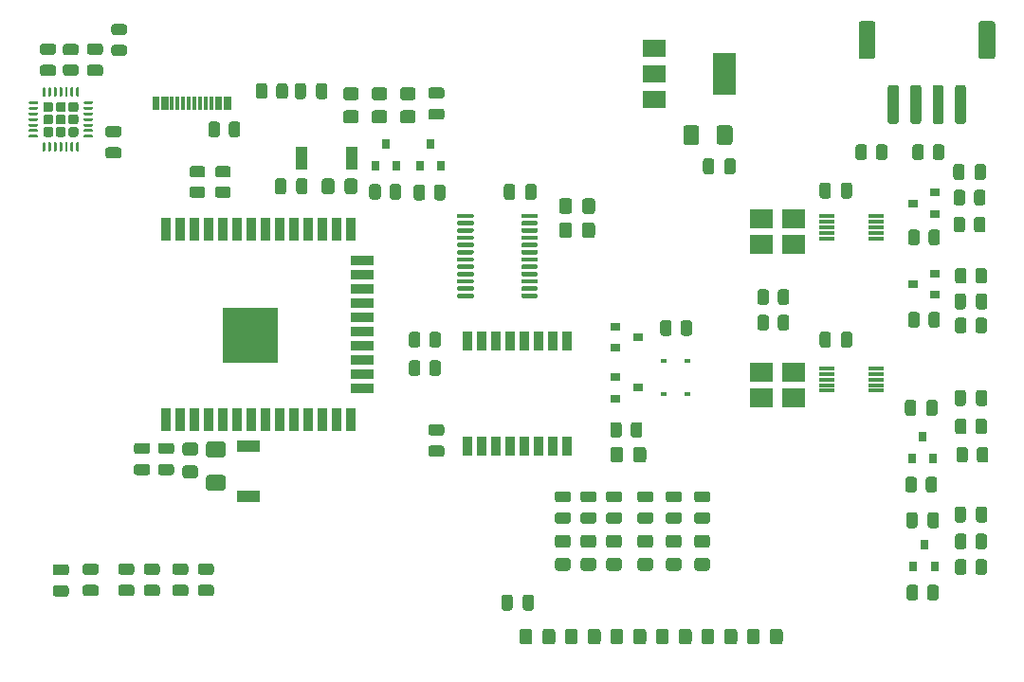
<source format=gtp>
G04 #@! TF.GenerationSoftware,KiCad,Pcbnew,(5.1.10)-1*
G04 #@! TF.CreationDate,2021-10-14T11:53:43+02:00*
G04 #@! TF.ProjectId,ESP32Vfo,45535033-3256-4666-9f2e-6b696361645f,rev?*
G04 #@! TF.SameCoordinates,Original*
G04 #@! TF.FileFunction,Paste,Top*
G04 #@! TF.FilePolarity,Positive*
%FSLAX46Y46*%
G04 Gerber Fmt 4.6, Leading zero omitted, Abs format (unit mm)*
G04 Created by KiCad (PCBNEW (5.1.10)-1) date 2021-10-14 11:53:43*
%MOMM*%
%LPD*%
G01*
G04 APERTURE LIST*
%ADD10R,0.800000X0.900000*%
%ADD11R,0.900000X2.000000*%
%ADD12R,2.000000X0.900000*%
%ADD13R,5.000000X5.000000*%
%ADD14R,0.300000X1.150000*%
%ADD15R,0.900000X0.800000*%
%ADD16R,0.600000X0.450000*%
%ADD17R,1.050000X2.000000*%
%ADD18R,2.100000X1.800000*%
%ADD19R,1.400000X0.300000*%
%ADD20R,2.000000X1.050000*%
%ADD21R,0.900000X1.700000*%
%ADD22R,2.000000X1.500000*%
%ADD23R,2.000000X3.800000*%
G04 APERTURE END LIST*
G36*
G01*
X53512700Y-77031000D02*
X54462700Y-77031000D01*
G75*
G02*
X54712700Y-77281000I0J-250000D01*
G01*
X54712700Y-77781000D01*
G75*
G02*
X54462700Y-78031000I-250000J0D01*
G01*
X53512700Y-78031000D01*
G75*
G02*
X53262700Y-77781000I0J250000D01*
G01*
X53262700Y-77281000D01*
G75*
G02*
X53512700Y-77031000I250000J0D01*
G01*
G37*
G36*
G01*
X53512700Y-75131000D02*
X54462700Y-75131000D01*
G75*
G02*
X54712700Y-75381000I0J-250000D01*
G01*
X54712700Y-75881000D01*
G75*
G02*
X54462700Y-76131000I-250000J0D01*
G01*
X53512700Y-76131000D01*
G75*
G02*
X53262700Y-75881000I0J250000D01*
G01*
X53262700Y-75381000D01*
G75*
G02*
X53512700Y-75131000I250000J0D01*
G01*
G37*
G36*
G01*
X76104700Y-53142302D02*
X76104700Y-52242298D01*
G75*
G02*
X76354698Y-51992300I249998J0D01*
G01*
X76879702Y-51992300D01*
G75*
G02*
X77129700Y-52242298I0J-249998D01*
G01*
X77129700Y-53142302D01*
G75*
G02*
X76879702Y-53392300I-249998J0D01*
G01*
X76354698Y-53392300D01*
G75*
G02*
X76104700Y-53142302I0J249998D01*
G01*
G37*
G36*
G01*
X74279700Y-53142302D02*
X74279700Y-52242298D01*
G75*
G02*
X74529698Y-51992300I249998J0D01*
G01*
X75054702Y-51992300D01*
G75*
G02*
X75304700Y-52242298I0J-249998D01*
G01*
X75304700Y-53142302D01*
G75*
G02*
X75054702Y-53392300I-249998J0D01*
G01*
X74529698Y-53392300D01*
G75*
G02*
X74279700Y-53142302I0J249998D01*
G01*
G37*
G36*
G01*
X79267100Y-52305798D02*
X79267100Y-53205802D01*
G75*
G02*
X79017102Y-53455800I-249998J0D01*
G01*
X78492098Y-53455800D01*
G75*
G02*
X78242100Y-53205802I0J249998D01*
G01*
X78242100Y-52305798D01*
G75*
G02*
X78492098Y-52055800I249998J0D01*
G01*
X79017102Y-52055800D01*
G75*
G02*
X79267100Y-52305798I0J-249998D01*
G01*
G37*
G36*
G01*
X81092100Y-52305798D02*
X81092100Y-53205802D01*
G75*
G02*
X80842102Y-53455800I-249998J0D01*
G01*
X80317098Y-53455800D01*
G75*
G02*
X80067100Y-53205802I0J249998D01*
G01*
X80067100Y-52305798D01*
G75*
G02*
X80317098Y-52055800I249998J0D01*
G01*
X80842102Y-52055800D01*
G75*
G02*
X81092100Y-52305798I0J-249998D01*
G01*
G37*
D10*
X75780900Y-48403000D03*
X76730900Y-50403000D03*
X74830900Y-50403000D03*
X79756000Y-48390300D03*
X80706000Y-50390300D03*
X78806000Y-50390300D03*
D11*
X56134000Y-56016000D03*
X57404000Y-56016000D03*
X58674000Y-56016000D03*
X59944000Y-56016000D03*
X61214000Y-56016000D03*
X62484000Y-56016000D03*
X63754000Y-56016000D03*
X65024000Y-56016000D03*
X66294000Y-56016000D03*
X67564000Y-56016000D03*
X68834000Y-56016000D03*
X70104000Y-56016000D03*
X71374000Y-56016000D03*
X72644000Y-56016000D03*
D12*
X73644000Y-58801000D03*
X73644000Y-60071000D03*
X73644000Y-61341000D03*
X73644000Y-62611000D03*
X73644000Y-63881000D03*
X73644000Y-65151000D03*
X73644000Y-66421000D03*
X73644000Y-67691000D03*
X73644000Y-68961000D03*
X73644000Y-70231000D03*
D11*
X72644000Y-73016000D03*
X71374000Y-73016000D03*
X70104000Y-73016000D03*
X68834000Y-73016000D03*
X67564000Y-73016000D03*
X66294000Y-73016000D03*
X65024000Y-73016000D03*
X63754000Y-73016000D03*
X62484000Y-73016000D03*
X61214000Y-73016000D03*
X59944000Y-73016000D03*
X58674000Y-73016000D03*
X57404000Y-73016000D03*
X56134000Y-73016000D03*
D13*
X63634000Y-65516000D03*
D14*
X55070000Y-44818000D03*
X55870000Y-44818000D03*
X60670000Y-44818000D03*
X61470000Y-44818000D03*
X61770000Y-44818000D03*
X60970000Y-44818000D03*
X60170000Y-44818000D03*
X59670000Y-44818000D03*
X59170000Y-44818000D03*
X58670000Y-44818000D03*
X58170000Y-44818000D03*
X57670000Y-44818000D03*
X57170000Y-44818000D03*
X56670000Y-44818000D03*
X56170000Y-44818000D03*
X55370000Y-44818000D03*
G36*
G01*
X97630000Y-74418002D02*
X97630000Y-73517998D01*
G75*
G02*
X97879998Y-73268000I249998J0D01*
G01*
X98405002Y-73268000D01*
G75*
G02*
X98655000Y-73517998I0J-249998D01*
G01*
X98655000Y-74418002D01*
G75*
G02*
X98405002Y-74668000I-249998J0D01*
G01*
X97879998Y-74668000D01*
G75*
G02*
X97630000Y-74418002I0J249998D01*
G01*
G37*
G36*
G01*
X95805000Y-74418002D02*
X95805000Y-73517998D01*
G75*
G02*
X96054998Y-73268000I249998J0D01*
G01*
X96580002Y-73268000D01*
G75*
G02*
X96830000Y-73517998I0J-249998D01*
G01*
X96830000Y-74418002D01*
G75*
G02*
X96580002Y-74668000I-249998J0D01*
G01*
X96054998Y-74668000D01*
G75*
G02*
X95805000Y-74418002I0J249998D01*
G01*
G37*
G36*
G01*
X102080000Y-65318002D02*
X102080000Y-64417998D01*
G75*
G02*
X102329998Y-64168000I249998J0D01*
G01*
X102855002Y-64168000D01*
G75*
G02*
X103105000Y-64417998I0J-249998D01*
G01*
X103105000Y-65318002D01*
G75*
G02*
X102855002Y-65568000I-249998J0D01*
G01*
X102329998Y-65568000D01*
G75*
G02*
X102080000Y-65318002I0J249998D01*
G01*
G37*
G36*
G01*
X100255000Y-65318002D02*
X100255000Y-64417998D01*
G75*
G02*
X100504998Y-64168000I249998J0D01*
G01*
X101030002Y-64168000D01*
G75*
G02*
X101280000Y-64417998I0J-249998D01*
G01*
X101280000Y-65318002D01*
G75*
G02*
X101030002Y-65568000I-249998J0D01*
G01*
X100504998Y-65568000D01*
G75*
G02*
X100255000Y-65318002I0J249998D01*
G01*
G37*
D15*
X98250000Y-70218000D03*
X96250000Y-71168000D03*
X96250000Y-69268000D03*
X98250000Y-65668000D03*
X96250000Y-66618000D03*
X96250000Y-64718000D03*
D16*
X102650000Y-70768000D03*
X100550000Y-70768000D03*
X102650000Y-67818000D03*
X100550000Y-67818000D03*
D17*
X68260000Y-49657000D03*
X72710000Y-49657000D03*
G36*
G01*
X67760000Y-52672000D02*
X67760000Y-51722000D01*
G75*
G02*
X68010000Y-51472000I250000J0D01*
G01*
X68510000Y-51472000D01*
G75*
G02*
X68760000Y-51722000I0J-250000D01*
G01*
X68760000Y-52672000D01*
G75*
G02*
X68510000Y-52922000I-250000J0D01*
G01*
X68010000Y-52922000D01*
G75*
G02*
X67760000Y-52672000I0J250000D01*
G01*
G37*
G36*
G01*
X65860000Y-52672000D02*
X65860000Y-51722000D01*
G75*
G02*
X66110000Y-51472000I250000J0D01*
G01*
X66610000Y-51472000D01*
G75*
G02*
X66860000Y-51722000I0J-250000D01*
G01*
X66860000Y-52672000D01*
G75*
G02*
X66610000Y-52922000I-250000J0D01*
G01*
X66110000Y-52922000D01*
G75*
G02*
X65860000Y-52672000I0J250000D01*
G01*
G37*
D18*
X112194000Y-57411000D03*
X109294000Y-57411000D03*
X109294000Y-55111000D03*
X112194000Y-55111000D03*
X112194000Y-71127000D03*
X109294000Y-71127000D03*
X109294000Y-68827000D03*
X112194000Y-68827000D03*
D19*
X119548000Y-54880000D03*
X119548000Y-55380000D03*
X119548000Y-55880000D03*
X119548000Y-56380000D03*
X119548000Y-56880000D03*
X115148000Y-56880000D03*
X115148000Y-56380000D03*
X115148000Y-55880000D03*
X115148000Y-55380000D03*
X115148000Y-54880000D03*
X119548000Y-68469000D03*
X119548000Y-68969000D03*
X119548000Y-69469000D03*
X119548000Y-69969000D03*
X119548000Y-70469000D03*
X115148000Y-70469000D03*
X115148000Y-69969000D03*
X115148000Y-69469000D03*
X115148000Y-68969000D03*
X115148000Y-68469000D03*
G36*
G01*
X87850000Y-54945000D02*
X87850000Y-54745000D01*
G75*
G02*
X87950000Y-54645000I100000J0D01*
G01*
X89225000Y-54645000D01*
G75*
G02*
X89325000Y-54745000I0J-100000D01*
G01*
X89325000Y-54945000D01*
G75*
G02*
X89225000Y-55045000I-100000J0D01*
G01*
X87950000Y-55045000D01*
G75*
G02*
X87850000Y-54945000I0J100000D01*
G01*
G37*
G36*
G01*
X87850000Y-55595000D02*
X87850000Y-55395000D01*
G75*
G02*
X87950000Y-55295000I100000J0D01*
G01*
X89225000Y-55295000D01*
G75*
G02*
X89325000Y-55395000I0J-100000D01*
G01*
X89325000Y-55595000D01*
G75*
G02*
X89225000Y-55695000I-100000J0D01*
G01*
X87950000Y-55695000D01*
G75*
G02*
X87850000Y-55595000I0J100000D01*
G01*
G37*
G36*
G01*
X87850000Y-56245000D02*
X87850000Y-56045000D01*
G75*
G02*
X87950000Y-55945000I100000J0D01*
G01*
X89225000Y-55945000D01*
G75*
G02*
X89325000Y-56045000I0J-100000D01*
G01*
X89325000Y-56245000D01*
G75*
G02*
X89225000Y-56345000I-100000J0D01*
G01*
X87950000Y-56345000D01*
G75*
G02*
X87850000Y-56245000I0J100000D01*
G01*
G37*
G36*
G01*
X87850000Y-56895000D02*
X87850000Y-56695000D01*
G75*
G02*
X87950000Y-56595000I100000J0D01*
G01*
X89225000Y-56595000D01*
G75*
G02*
X89325000Y-56695000I0J-100000D01*
G01*
X89325000Y-56895000D01*
G75*
G02*
X89225000Y-56995000I-100000J0D01*
G01*
X87950000Y-56995000D01*
G75*
G02*
X87850000Y-56895000I0J100000D01*
G01*
G37*
G36*
G01*
X87850000Y-57545000D02*
X87850000Y-57345000D01*
G75*
G02*
X87950000Y-57245000I100000J0D01*
G01*
X89225000Y-57245000D01*
G75*
G02*
X89325000Y-57345000I0J-100000D01*
G01*
X89325000Y-57545000D01*
G75*
G02*
X89225000Y-57645000I-100000J0D01*
G01*
X87950000Y-57645000D01*
G75*
G02*
X87850000Y-57545000I0J100000D01*
G01*
G37*
G36*
G01*
X87850000Y-58195000D02*
X87850000Y-57995000D01*
G75*
G02*
X87950000Y-57895000I100000J0D01*
G01*
X89225000Y-57895000D01*
G75*
G02*
X89325000Y-57995000I0J-100000D01*
G01*
X89325000Y-58195000D01*
G75*
G02*
X89225000Y-58295000I-100000J0D01*
G01*
X87950000Y-58295000D01*
G75*
G02*
X87850000Y-58195000I0J100000D01*
G01*
G37*
G36*
G01*
X87850000Y-58845000D02*
X87850000Y-58645000D01*
G75*
G02*
X87950000Y-58545000I100000J0D01*
G01*
X89225000Y-58545000D01*
G75*
G02*
X89325000Y-58645000I0J-100000D01*
G01*
X89325000Y-58845000D01*
G75*
G02*
X89225000Y-58945000I-100000J0D01*
G01*
X87950000Y-58945000D01*
G75*
G02*
X87850000Y-58845000I0J100000D01*
G01*
G37*
G36*
G01*
X87850000Y-59495000D02*
X87850000Y-59295000D01*
G75*
G02*
X87950000Y-59195000I100000J0D01*
G01*
X89225000Y-59195000D01*
G75*
G02*
X89325000Y-59295000I0J-100000D01*
G01*
X89325000Y-59495000D01*
G75*
G02*
X89225000Y-59595000I-100000J0D01*
G01*
X87950000Y-59595000D01*
G75*
G02*
X87850000Y-59495000I0J100000D01*
G01*
G37*
G36*
G01*
X87850000Y-60145000D02*
X87850000Y-59945000D01*
G75*
G02*
X87950000Y-59845000I100000J0D01*
G01*
X89225000Y-59845000D01*
G75*
G02*
X89325000Y-59945000I0J-100000D01*
G01*
X89325000Y-60145000D01*
G75*
G02*
X89225000Y-60245000I-100000J0D01*
G01*
X87950000Y-60245000D01*
G75*
G02*
X87850000Y-60145000I0J100000D01*
G01*
G37*
G36*
G01*
X87850000Y-60795000D02*
X87850000Y-60595000D01*
G75*
G02*
X87950000Y-60495000I100000J0D01*
G01*
X89225000Y-60495000D01*
G75*
G02*
X89325000Y-60595000I0J-100000D01*
G01*
X89325000Y-60795000D01*
G75*
G02*
X89225000Y-60895000I-100000J0D01*
G01*
X87950000Y-60895000D01*
G75*
G02*
X87850000Y-60795000I0J100000D01*
G01*
G37*
G36*
G01*
X87850000Y-61445000D02*
X87850000Y-61245000D01*
G75*
G02*
X87950000Y-61145000I100000J0D01*
G01*
X89225000Y-61145000D01*
G75*
G02*
X89325000Y-61245000I0J-100000D01*
G01*
X89325000Y-61445000D01*
G75*
G02*
X89225000Y-61545000I-100000J0D01*
G01*
X87950000Y-61545000D01*
G75*
G02*
X87850000Y-61445000I0J100000D01*
G01*
G37*
G36*
G01*
X87850000Y-62095000D02*
X87850000Y-61895000D01*
G75*
G02*
X87950000Y-61795000I100000J0D01*
G01*
X89225000Y-61795000D01*
G75*
G02*
X89325000Y-61895000I0J-100000D01*
G01*
X89325000Y-62095000D01*
G75*
G02*
X89225000Y-62195000I-100000J0D01*
G01*
X87950000Y-62195000D01*
G75*
G02*
X87850000Y-62095000I0J100000D01*
G01*
G37*
G36*
G01*
X82125000Y-62095000D02*
X82125000Y-61895000D01*
G75*
G02*
X82225000Y-61795000I100000J0D01*
G01*
X83500000Y-61795000D01*
G75*
G02*
X83600000Y-61895000I0J-100000D01*
G01*
X83600000Y-62095000D01*
G75*
G02*
X83500000Y-62195000I-100000J0D01*
G01*
X82225000Y-62195000D01*
G75*
G02*
X82125000Y-62095000I0J100000D01*
G01*
G37*
G36*
G01*
X82125000Y-61445000D02*
X82125000Y-61245000D01*
G75*
G02*
X82225000Y-61145000I100000J0D01*
G01*
X83500000Y-61145000D01*
G75*
G02*
X83600000Y-61245000I0J-100000D01*
G01*
X83600000Y-61445000D01*
G75*
G02*
X83500000Y-61545000I-100000J0D01*
G01*
X82225000Y-61545000D01*
G75*
G02*
X82125000Y-61445000I0J100000D01*
G01*
G37*
G36*
G01*
X82125000Y-60795000D02*
X82125000Y-60595000D01*
G75*
G02*
X82225000Y-60495000I100000J0D01*
G01*
X83500000Y-60495000D01*
G75*
G02*
X83600000Y-60595000I0J-100000D01*
G01*
X83600000Y-60795000D01*
G75*
G02*
X83500000Y-60895000I-100000J0D01*
G01*
X82225000Y-60895000D01*
G75*
G02*
X82125000Y-60795000I0J100000D01*
G01*
G37*
G36*
G01*
X82125000Y-60145000D02*
X82125000Y-59945000D01*
G75*
G02*
X82225000Y-59845000I100000J0D01*
G01*
X83500000Y-59845000D01*
G75*
G02*
X83600000Y-59945000I0J-100000D01*
G01*
X83600000Y-60145000D01*
G75*
G02*
X83500000Y-60245000I-100000J0D01*
G01*
X82225000Y-60245000D01*
G75*
G02*
X82125000Y-60145000I0J100000D01*
G01*
G37*
G36*
G01*
X82125000Y-59495000D02*
X82125000Y-59295000D01*
G75*
G02*
X82225000Y-59195000I100000J0D01*
G01*
X83500000Y-59195000D01*
G75*
G02*
X83600000Y-59295000I0J-100000D01*
G01*
X83600000Y-59495000D01*
G75*
G02*
X83500000Y-59595000I-100000J0D01*
G01*
X82225000Y-59595000D01*
G75*
G02*
X82125000Y-59495000I0J100000D01*
G01*
G37*
G36*
G01*
X82125000Y-58845000D02*
X82125000Y-58645000D01*
G75*
G02*
X82225000Y-58545000I100000J0D01*
G01*
X83500000Y-58545000D01*
G75*
G02*
X83600000Y-58645000I0J-100000D01*
G01*
X83600000Y-58845000D01*
G75*
G02*
X83500000Y-58945000I-100000J0D01*
G01*
X82225000Y-58945000D01*
G75*
G02*
X82125000Y-58845000I0J100000D01*
G01*
G37*
G36*
G01*
X82125000Y-58195000D02*
X82125000Y-57995000D01*
G75*
G02*
X82225000Y-57895000I100000J0D01*
G01*
X83500000Y-57895000D01*
G75*
G02*
X83600000Y-57995000I0J-100000D01*
G01*
X83600000Y-58195000D01*
G75*
G02*
X83500000Y-58295000I-100000J0D01*
G01*
X82225000Y-58295000D01*
G75*
G02*
X82125000Y-58195000I0J100000D01*
G01*
G37*
G36*
G01*
X82125000Y-57545000D02*
X82125000Y-57345000D01*
G75*
G02*
X82225000Y-57245000I100000J0D01*
G01*
X83500000Y-57245000D01*
G75*
G02*
X83600000Y-57345000I0J-100000D01*
G01*
X83600000Y-57545000D01*
G75*
G02*
X83500000Y-57645000I-100000J0D01*
G01*
X82225000Y-57645000D01*
G75*
G02*
X82125000Y-57545000I0J100000D01*
G01*
G37*
G36*
G01*
X82125000Y-56895000D02*
X82125000Y-56695000D01*
G75*
G02*
X82225000Y-56595000I100000J0D01*
G01*
X83500000Y-56595000D01*
G75*
G02*
X83600000Y-56695000I0J-100000D01*
G01*
X83600000Y-56895000D01*
G75*
G02*
X83500000Y-56995000I-100000J0D01*
G01*
X82225000Y-56995000D01*
G75*
G02*
X82125000Y-56895000I0J100000D01*
G01*
G37*
G36*
G01*
X82125000Y-56245000D02*
X82125000Y-56045000D01*
G75*
G02*
X82225000Y-55945000I100000J0D01*
G01*
X83500000Y-55945000D01*
G75*
G02*
X83600000Y-56045000I0J-100000D01*
G01*
X83600000Y-56245000D01*
G75*
G02*
X83500000Y-56345000I-100000J0D01*
G01*
X82225000Y-56345000D01*
G75*
G02*
X82125000Y-56245000I0J100000D01*
G01*
G37*
G36*
G01*
X82125000Y-55595000D02*
X82125000Y-55395000D01*
G75*
G02*
X82225000Y-55295000I100000J0D01*
G01*
X83500000Y-55295000D01*
G75*
G02*
X83600000Y-55395000I0J-100000D01*
G01*
X83600000Y-55595000D01*
G75*
G02*
X83500000Y-55695000I-100000J0D01*
G01*
X82225000Y-55695000D01*
G75*
G02*
X82125000Y-55595000I0J100000D01*
G01*
G37*
G36*
G01*
X82125000Y-54945000D02*
X82125000Y-54745000D01*
G75*
G02*
X82225000Y-54645000I100000J0D01*
G01*
X83500000Y-54645000D01*
G75*
G02*
X83600000Y-54745000I0J-100000D01*
G01*
X83600000Y-54945000D01*
G75*
G02*
X83500000Y-55045000I-100000J0D01*
G01*
X82225000Y-55045000D01*
G75*
G02*
X82125000Y-54945000I0J100000D01*
G01*
G37*
G36*
G01*
X128416000Y-65093002D02*
X128416000Y-64192998D01*
G75*
G02*
X128665998Y-63943000I249998J0D01*
G01*
X129191002Y-63943000D01*
G75*
G02*
X129441000Y-64192998I0J-249998D01*
G01*
X129441000Y-65093002D01*
G75*
G02*
X129191002Y-65343000I-249998J0D01*
G01*
X128665998Y-65343000D01*
G75*
G02*
X128416000Y-65093002I0J249998D01*
G01*
G37*
G36*
G01*
X126591000Y-65093002D02*
X126591000Y-64192998D01*
G75*
G02*
X126840998Y-63943000I249998J0D01*
G01*
X127366002Y-63943000D01*
G75*
G02*
X127616000Y-64192998I0J-249998D01*
G01*
X127616000Y-65093002D01*
G75*
G02*
X127366002Y-65343000I-249998J0D01*
G01*
X126840998Y-65343000D01*
G75*
G02*
X126591000Y-65093002I0J249998D01*
G01*
G37*
G36*
G01*
X128416000Y-74110002D02*
X128416000Y-73209998D01*
G75*
G02*
X128665998Y-72960000I249998J0D01*
G01*
X129191002Y-72960000D01*
G75*
G02*
X129441000Y-73209998I0J-249998D01*
G01*
X129441000Y-74110002D01*
G75*
G02*
X129191002Y-74360000I-249998J0D01*
G01*
X128665998Y-74360000D01*
G75*
G02*
X128416000Y-74110002I0J249998D01*
G01*
G37*
G36*
G01*
X126591000Y-74110002D02*
X126591000Y-73209998D01*
G75*
G02*
X126840998Y-72960000I249998J0D01*
G01*
X127366002Y-72960000D01*
G75*
G02*
X127616000Y-73209998I0J-249998D01*
G01*
X127616000Y-74110002D01*
G75*
G02*
X127366002Y-74360000I-249998J0D01*
G01*
X126840998Y-74360000D01*
G75*
G02*
X126591000Y-74110002I0J249998D01*
G01*
G37*
G36*
G01*
X127616000Y-59747998D02*
X127616000Y-60648002D01*
G75*
G02*
X127366002Y-60898000I-249998J0D01*
G01*
X126840998Y-60898000D01*
G75*
G02*
X126591000Y-60648002I0J249998D01*
G01*
X126591000Y-59747998D01*
G75*
G02*
X126840998Y-59498000I249998J0D01*
G01*
X127366002Y-59498000D01*
G75*
G02*
X127616000Y-59747998I0J-249998D01*
G01*
G37*
G36*
G01*
X129441000Y-59747998D02*
X129441000Y-60648002D01*
G75*
G02*
X129191002Y-60898000I-249998J0D01*
G01*
X128665998Y-60898000D01*
G75*
G02*
X128416000Y-60648002I0J249998D01*
G01*
X128416000Y-59747998D01*
G75*
G02*
X128665998Y-59498000I249998J0D01*
G01*
X129191002Y-59498000D01*
G75*
G02*
X129441000Y-59747998I0J-249998D01*
G01*
G37*
G36*
G01*
X127743000Y-75749998D02*
X127743000Y-76650002D01*
G75*
G02*
X127493002Y-76900000I-249998J0D01*
G01*
X126967998Y-76900000D01*
G75*
G02*
X126718000Y-76650002I0J249998D01*
G01*
X126718000Y-75749998D01*
G75*
G02*
X126967998Y-75500000I249998J0D01*
G01*
X127493002Y-75500000D01*
G75*
G02*
X127743000Y-75749998I0J-249998D01*
G01*
G37*
G36*
G01*
X129568000Y-75749998D02*
X129568000Y-76650002D01*
G75*
G02*
X129318002Y-76900000I-249998J0D01*
G01*
X128792998Y-76900000D01*
G75*
G02*
X128543000Y-76650002I0J249998D01*
G01*
X128543000Y-75749998D01*
G75*
G02*
X128792998Y-75500000I249998J0D01*
G01*
X129318002Y-75500000D01*
G75*
G02*
X129568000Y-75749998I0J-249998D01*
G01*
G37*
G36*
G01*
X123425000Y-63684998D02*
X123425000Y-64585002D01*
G75*
G02*
X123175002Y-64835000I-249998J0D01*
G01*
X122649998Y-64835000D01*
G75*
G02*
X122400000Y-64585002I0J249998D01*
G01*
X122400000Y-63684998D01*
G75*
G02*
X122649998Y-63435000I249998J0D01*
G01*
X123175002Y-63435000D01*
G75*
G02*
X123425000Y-63684998I0J-249998D01*
G01*
G37*
G36*
G01*
X125250000Y-63684998D02*
X125250000Y-64585002D01*
G75*
G02*
X125000002Y-64835000I-249998J0D01*
G01*
X124474998Y-64835000D01*
G75*
G02*
X124225000Y-64585002I0J249998D01*
G01*
X124225000Y-63684998D01*
G75*
G02*
X124474998Y-63435000I249998J0D01*
G01*
X125000002Y-63435000D01*
G75*
G02*
X125250000Y-63684998I0J-249998D01*
G01*
G37*
G36*
G01*
X123171000Y-78416998D02*
X123171000Y-79317002D01*
G75*
G02*
X122921002Y-79567000I-249998J0D01*
G01*
X122395998Y-79567000D01*
G75*
G02*
X122146000Y-79317002I0J249998D01*
G01*
X122146000Y-78416998D01*
G75*
G02*
X122395998Y-78167000I249998J0D01*
G01*
X122921002Y-78167000D01*
G75*
G02*
X123171000Y-78416998I0J-249998D01*
G01*
G37*
G36*
G01*
X124996000Y-78416998D02*
X124996000Y-79317002D01*
G75*
G02*
X124746002Y-79567000I-249998J0D01*
G01*
X124220998Y-79567000D01*
G75*
G02*
X123971000Y-79317002I0J249998D01*
G01*
X123971000Y-78416998D01*
G75*
G02*
X124220998Y-78167000I249998J0D01*
G01*
X124746002Y-78167000D01*
G75*
G02*
X124996000Y-78416998I0J-249998D01*
G01*
G37*
G36*
G01*
X123425000Y-56318998D02*
X123425000Y-57219002D01*
G75*
G02*
X123175002Y-57469000I-249998J0D01*
G01*
X122649998Y-57469000D01*
G75*
G02*
X122400000Y-57219002I0J249998D01*
G01*
X122400000Y-56318998D01*
G75*
G02*
X122649998Y-56069000I249998J0D01*
G01*
X123175002Y-56069000D01*
G75*
G02*
X123425000Y-56318998I0J-249998D01*
G01*
G37*
G36*
G01*
X125250000Y-56318998D02*
X125250000Y-57219002D01*
G75*
G02*
X125000002Y-57469000I-249998J0D01*
G01*
X124474998Y-57469000D01*
G75*
G02*
X124225000Y-57219002I0J249998D01*
G01*
X124225000Y-56318998D01*
G75*
G02*
X124474998Y-56069000I249998J0D01*
G01*
X125000002Y-56069000D01*
G75*
G02*
X125250000Y-56318998I0J-249998D01*
G01*
G37*
G36*
G01*
X123298000Y-88068998D02*
X123298000Y-88969002D01*
G75*
G02*
X123048002Y-89219000I-249998J0D01*
G01*
X122522998Y-89219000D01*
G75*
G02*
X122273000Y-88969002I0J249998D01*
G01*
X122273000Y-88068998D01*
G75*
G02*
X122522998Y-87819000I249998J0D01*
G01*
X123048002Y-87819000D01*
G75*
G02*
X123298000Y-88068998I0J-249998D01*
G01*
G37*
G36*
G01*
X125123000Y-88068998D02*
X125123000Y-88969002D01*
G75*
G02*
X124873002Y-89219000I-249998J0D01*
G01*
X124347998Y-89219000D01*
G75*
G02*
X124098000Y-88969002I0J249998D01*
G01*
X124098000Y-88068998D01*
G75*
G02*
X124347998Y-87819000I249998J0D01*
G01*
X124873002Y-87819000D01*
G75*
G02*
X125123000Y-88068998I0J-249998D01*
G01*
G37*
G36*
G01*
X128289000Y-53663002D02*
X128289000Y-52762998D01*
G75*
G02*
X128538998Y-52513000I249998J0D01*
G01*
X129064002Y-52513000D01*
G75*
G02*
X129314000Y-52762998I0J-249998D01*
G01*
X129314000Y-53663002D01*
G75*
G02*
X129064002Y-53913000I-249998J0D01*
G01*
X128538998Y-53913000D01*
G75*
G02*
X128289000Y-53663002I0J249998D01*
G01*
G37*
G36*
G01*
X126464000Y-53663002D02*
X126464000Y-52762998D01*
G75*
G02*
X126713998Y-52513000I249998J0D01*
G01*
X127239002Y-52513000D01*
G75*
G02*
X127489000Y-52762998I0J-249998D01*
G01*
X127489000Y-53663002D01*
G75*
G02*
X127239002Y-53913000I-249998J0D01*
G01*
X126713998Y-53913000D01*
G75*
G02*
X126464000Y-53663002I0J249998D01*
G01*
G37*
G36*
G01*
X128416000Y-84397002D02*
X128416000Y-83496998D01*
G75*
G02*
X128665998Y-83247000I249998J0D01*
G01*
X129191002Y-83247000D01*
G75*
G02*
X129441000Y-83496998I0J-249998D01*
G01*
X129441000Y-84397002D01*
G75*
G02*
X129191002Y-84647000I-249998J0D01*
G01*
X128665998Y-84647000D01*
G75*
G02*
X128416000Y-84397002I0J249998D01*
G01*
G37*
G36*
G01*
X126591000Y-84397002D02*
X126591000Y-83496998D01*
G75*
G02*
X126840998Y-83247000I249998J0D01*
G01*
X127366002Y-83247000D01*
G75*
G02*
X127616000Y-83496998I0J-249998D01*
G01*
X127616000Y-84397002D01*
G75*
G02*
X127366002Y-84647000I-249998J0D01*
G01*
X126840998Y-84647000D01*
G75*
G02*
X126591000Y-84397002I0J249998D01*
G01*
G37*
G36*
G01*
X127489000Y-55175998D02*
X127489000Y-56076002D01*
G75*
G02*
X127239002Y-56326000I-249998J0D01*
G01*
X126713998Y-56326000D01*
G75*
G02*
X126464000Y-56076002I0J249998D01*
G01*
X126464000Y-55175998D01*
G75*
G02*
X126713998Y-54926000I249998J0D01*
G01*
X127239002Y-54926000D01*
G75*
G02*
X127489000Y-55175998I0J-249998D01*
G01*
G37*
G36*
G01*
X129314000Y-55175998D02*
X129314000Y-56076002D01*
G75*
G02*
X129064002Y-56326000I-249998J0D01*
G01*
X128538998Y-56326000D01*
G75*
G02*
X128289000Y-56076002I0J249998D01*
G01*
X128289000Y-55175998D01*
G75*
G02*
X128538998Y-54926000I249998J0D01*
G01*
X129064002Y-54926000D01*
G75*
G02*
X129314000Y-55175998I0J-249998D01*
G01*
G37*
G36*
G01*
X128416000Y-86683002D02*
X128416000Y-85782998D01*
G75*
G02*
X128665998Y-85533000I249998J0D01*
G01*
X129191002Y-85533000D01*
G75*
G02*
X129441000Y-85782998I0J-249998D01*
G01*
X129441000Y-86683002D01*
G75*
G02*
X129191002Y-86933000I-249998J0D01*
G01*
X128665998Y-86933000D01*
G75*
G02*
X128416000Y-86683002I0J249998D01*
G01*
G37*
G36*
G01*
X126591000Y-86683002D02*
X126591000Y-85782998D01*
G75*
G02*
X126840998Y-85533000I249998J0D01*
G01*
X127366002Y-85533000D01*
G75*
G02*
X127616000Y-85782998I0J-249998D01*
G01*
X127616000Y-86683002D01*
G75*
G02*
X127366002Y-86933000I-249998J0D01*
G01*
X126840998Y-86933000D01*
G75*
G02*
X126591000Y-86683002I0J249998D01*
G01*
G37*
G36*
G01*
X124606000Y-49599002D02*
X124606000Y-48698998D01*
G75*
G02*
X124855998Y-48449000I249998J0D01*
G01*
X125381002Y-48449000D01*
G75*
G02*
X125631000Y-48698998I0J-249998D01*
G01*
X125631000Y-49599002D01*
G75*
G02*
X125381002Y-49849000I-249998J0D01*
G01*
X124855998Y-49849000D01*
G75*
G02*
X124606000Y-49599002I0J249998D01*
G01*
G37*
G36*
G01*
X122781000Y-49599002D02*
X122781000Y-48698998D01*
G75*
G02*
X123030998Y-48449000I249998J0D01*
G01*
X123556002Y-48449000D01*
G75*
G02*
X123806000Y-48698998I0J-249998D01*
G01*
X123806000Y-49599002D01*
G75*
G02*
X123556002Y-49849000I-249998J0D01*
G01*
X123030998Y-49849000D01*
G75*
G02*
X122781000Y-49599002I0J249998D01*
G01*
G37*
G36*
G01*
X119526000Y-49599002D02*
X119526000Y-48698998D01*
G75*
G02*
X119775998Y-48449000I249998J0D01*
G01*
X120301002Y-48449000D01*
G75*
G02*
X120551000Y-48698998I0J-249998D01*
G01*
X120551000Y-49599002D01*
G75*
G02*
X120301002Y-49849000I-249998J0D01*
G01*
X119775998Y-49849000D01*
G75*
G02*
X119526000Y-49599002I0J249998D01*
G01*
G37*
G36*
G01*
X117701000Y-49599002D02*
X117701000Y-48698998D01*
G75*
G02*
X117950998Y-48449000I249998J0D01*
G01*
X118476002Y-48449000D01*
G75*
G02*
X118726000Y-48698998I0J-249998D01*
G01*
X118726000Y-49599002D01*
G75*
G02*
X118476002Y-49849000I-249998J0D01*
G01*
X117950998Y-49849000D01*
G75*
G02*
X117701000Y-49599002I0J249998D01*
G01*
G37*
G36*
G01*
X79648000Y-68903002D02*
X79648000Y-68002998D01*
G75*
G02*
X79897998Y-67753000I249998J0D01*
G01*
X80423002Y-67753000D01*
G75*
G02*
X80673000Y-68002998I0J-249998D01*
G01*
X80673000Y-68903002D01*
G75*
G02*
X80423002Y-69153000I-249998J0D01*
G01*
X79897998Y-69153000D01*
G75*
G02*
X79648000Y-68903002I0J249998D01*
G01*
G37*
G36*
G01*
X77823000Y-68903002D02*
X77823000Y-68002998D01*
G75*
G02*
X78072998Y-67753000I249998J0D01*
G01*
X78598002Y-67753000D01*
G75*
G02*
X78848000Y-68002998I0J-249998D01*
G01*
X78848000Y-68903002D01*
G75*
G02*
X78598002Y-69153000I-249998J0D01*
G01*
X78072998Y-69153000D01*
G75*
G02*
X77823000Y-68903002I0J249998D01*
G01*
G37*
G36*
G01*
X47174998Y-41294000D02*
X48075002Y-41294000D01*
G75*
G02*
X48325000Y-41543998I0J-249998D01*
G01*
X48325000Y-42069002D01*
G75*
G02*
X48075002Y-42319000I-249998J0D01*
G01*
X47174998Y-42319000D01*
G75*
G02*
X46925000Y-42069002I0J249998D01*
G01*
X46925000Y-41543998D01*
G75*
G02*
X47174998Y-41294000I249998J0D01*
G01*
G37*
G36*
G01*
X47174998Y-39469000D02*
X48075002Y-39469000D01*
G75*
G02*
X48325000Y-39718998I0J-249998D01*
G01*
X48325000Y-40244002D01*
G75*
G02*
X48075002Y-40494000I-249998J0D01*
G01*
X47174998Y-40494000D01*
G75*
G02*
X46925000Y-40244002I0J249998D01*
G01*
X46925000Y-39718998D01*
G75*
G02*
X47174998Y-39469000I249998J0D01*
G01*
G37*
G36*
G01*
X79648000Y-66363002D02*
X79648000Y-65462998D01*
G75*
G02*
X79897998Y-65213000I249998J0D01*
G01*
X80423002Y-65213000D01*
G75*
G02*
X80673000Y-65462998I0J-249998D01*
G01*
X80673000Y-66363002D01*
G75*
G02*
X80423002Y-66613000I-249998J0D01*
G01*
X79897998Y-66613000D01*
G75*
G02*
X79648000Y-66363002I0J249998D01*
G01*
G37*
G36*
G01*
X77823000Y-66363002D02*
X77823000Y-65462998D01*
G75*
G02*
X78072998Y-65213000I249998J0D01*
G01*
X78598002Y-65213000D01*
G75*
G02*
X78848000Y-65462998I0J-249998D01*
G01*
X78848000Y-66363002D01*
G75*
G02*
X78598002Y-66613000I-249998J0D01*
G01*
X78072998Y-66613000D01*
G75*
G02*
X77823000Y-66363002I0J249998D01*
G01*
G37*
G36*
G01*
X109963000Y-63938998D02*
X109963000Y-64839002D01*
G75*
G02*
X109713002Y-65089000I-249998J0D01*
G01*
X109187998Y-65089000D01*
G75*
G02*
X108938000Y-64839002I0J249998D01*
G01*
X108938000Y-63938998D01*
G75*
G02*
X109187998Y-63689000I249998J0D01*
G01*
X109713002Y-63689000D01*
G75*
G02*
X109963000Y-63938998I0J-249998D01*
G01*
G37*
G36*
G01*
X111788000Y-63938998D02*
X111788000Y-64839002D01*
G75*
G02*
X111538002Y-65089000I-249998J0D01*
G01*
X111012998Y-65089000D01*
G75*
G02*
X110763000Y-64839002I0J249998D01*
G01*
X110763000Y-63938998D01*
G75*
G02*
X111012998Y-63689000I249998J0D01*
G01*
X111538002Y-63689000D01*
G75*
G02*
X111788000Y-63938998I0J-249998D01*
G01*
G37*
G36*
G01*
X109963000Y-61652998D02*
X109963000Y-62553002D01*
G75*
G02*
X109713002Y-62803000I-249998J0D01*
G01*
X109187998Y-62803000D01*
G75*
G02*
X108938000Y-62553002I0J249998D01*
G01*
X108938000Y-61652998D01*
G75*
G02*
X109187998Y-61403000I249998J0D01*
G01*
X109713002Y-61403000D01*
G75*
G02*
X109963000Y-61652998I0J-249998D01*
G01*
G37*
G36*
G01*
X111788000Y-61652998D02*
X111788000Y-62553002D01*
G75*
G02*
X111538002Y-62803000I-249998J0D01*
G01*
X111012998Y-62803000D01*
G75*
G02*
X110763000Y-62553002I0J249998D01*
G01*
X110763000Y-61652998D01*
G75*
G02*
X111012998Y-61403000I249998J0D01*
G01*
X111538002Y-61403000D01*
G75*
G02*
X111788000Y-61652998I0J-249998D01*
G01*
G37*
D15*
X122825000Y-60960000D03*
X124825000Y-60010000D03*
X124825000Y-61910000D03*
D10*
X123698000Y-74565000D03*
X124648000Y-76565000D03*
X122748000Y-76565000D03*
D15*
X122825000Y-53721000D03*
X124825000Y-52771000D03*
X124825000Y-54671000D03*
D10*
X123825000Y-84217000D03*
X124775000Y-86217000D03*
X122875000Y-86217000D03*
G36*
G01*
X128466000Y-62959000D02*
X128466000Y-62009000D01*
G75*
G02*
X128716000Y-61759000I250000J0D01*
G01*
X129216000Y-61759000D01*
G75*
G02*
X129466000Y-62009000I0J-250000D01*
G01*
X129466000Y-62959000D01*
G75*
G02*
X129216000Y-63209000I-250000J0D01*
G01*
X128716000Y-63209000D01*
G75*
G02*
X128466000Y-62959000I0J250000D01*
G01*
G37*
G36*
G01*
X126566000Y-62959000D02*
X126566000Y-62009000D01*
G75*
G02*
X126816000Y-61759000I250000J0D01*
G01*
X127316000Y-61759000D01*
G75*
G02*
X127566000Y-62009000I0J-250000D01*
G01*
X127566000Y-62959000D01*
G75*
G02*
X127316000Y-63209000I-250000J0D01*
G01*
X126816000Y-63209000D01*
G75*
G02*
X126566000Y-62959000I0J250000D01*
G01*
G37*
G36*
G01*
X128466000Y-71595000D02*
X128466000Y-70645000D01*
G75*
G02*
X128716000Y-70395000I250000J0D01*
G01*
X129216000Y-70395000D01*
G75*
G02*
X129466000Y-70645000I0J-250000D01*
G01*
X129466000Y-71595000D01*
G75*
G02*
X129216000Y-71845000I-250000J0D01*
G01*
X128716000Y-71845000D01*
G75*
G02*
X128466000Y-71595000I0J250000D01*
G01*
G37*
G36*
G01*
X126566000Y-71595000D02*
X126566000Y-70645000D01*
G75*
G02*
X126816000Y-70395000I250000J0D01*
G01*
X127316000Y-70395000D01*
G75*
G02*
X127566000Y-70645000I0J-250000D01*
G01*
X127566000Y-71595000D01*
G75*
G02*
X127316000Y-71845000I-250000J0D01*
G01*
X126816000Y-71845000D01*
G75*
G02*
X126566000Y-71595000I0J250000D01*
G01*
G37*
G36*
G01*
X128339000Y-51402000D02*
X128339000Y-50452000D01*
G75*
G02*
X128589000Y-50202000I250000J0D01*
G01*
X129089000Y-50202000D01*
G75*
G02*
X129339000Y-50452000I0J-250000D01*
G01*
X129339000Y-51402000D01*
G75*
G02*
X129089000Y-51652000I-250000J0D01*
G01*
X128589000Y-51652000D01*
G75*
G02*
X128339000Y-51402000I0J250000D01*
G01*
G37*
G36*
G01*
X126439000Y-51402000D02*
X126439000Y-50452000D01*
G75*
G02*
X126689000Y-50202000I250000J0D01*
G01*
X127189000Y-50202000D01*
G75*
G02*
X127439000Y-50452000I0J-250000D01*
G01*
X127439000Y-51402000D01*
G75*
G02*
X127189000Y-51652000I-250000J0D01*
G01*
X126689000Y-51652000D01*
G75*
G02*
X126439000Y-51402000I0J250000D01*
G01*
G37*
G36*
G01*
X128466000Y-82009000D02*
X128466000Y-81059000D01*
G75*
G02*
X128716000Y-80809000I250000J0D01*
G01*
X129216000Y-80809000D01*
G75*
G02*
X129466000Y-81059000I0J-250000D01*
G01*
X129466000Y-82009000D01*
G75*
G02*
X129216000Y-82259000I-250000J0D01*
G01*
X128716000Y-82259000D01*
G75*
G02*
X128466000Y-82009000I0J250000D01*
G01*
G37*
G36*
G01*
X126566000Y-82009000D02*
X126566000Y-81059000D01*
G75*
G02*
X126816000Y-80809000I250000J0D01*
G01*
X127316000Y-80809000D01*
G75*
G02*
X127566000Y-81059000I0J-250000D01*
G01*
X127566000Y-82009000D01*
G75*
G02*
X127316000Y-82259000I-250000J0D01*
G01*
X126816000Y-82259000D01*
G75*
G02*
X126566000Y-82009000I0J250000D01*
G01*
G37*
G36*
G01*
X124021000Y-72484000D02*
X124021000Y-71534000D01*
G75*
G02*
X124271000Y-71284000I250000J0D01*
G01*
X124771000Y-71284000D01*
G75*
G02*
X125021000Y-71534000I0J-250000D01*
G01*
X125021000Y-72484000D01*
G75*
G02*
X124771000Y-72734000I-250000J0D01*
G01*
X124271000Y-72734000D01*
G75*
G02*
X124021000Y-72484000I0J250000D01*
G01*
G37*
G36*
G01*
X122121000Y-72484000D02*
X122121000Y-71534000D01*
G75*
G02*
X122371000Y-71284000I250000J0D01*
G01*
X122871000Y-71284000D01*
G75*
G02*
X123121000Y-71534000I0J-250000D01*
G01*
X123121000Y-72484000D01*
G75*
G02*
X122871000Y-72734000I-250000J0D01*
G01*
X122371000Y-72734000D01*
G75*
G02*
X122121000Y-72484000I0J250000D01*
G01*
G37*
G36*
G01*
X124148000Y-82517000D02*
X124148000Y-81567000D01*
G75*
G02*
X124398000Y-81317000I250000J0D01*
G01*
X124898000Y-81317000D01*
G75*
G02*
X125148000Y-81567000I0J-250000D01*
G01*
X125148000Y-82517000D01*
G75*
G02*
X124898000Y-82767000I-250000J0D01*
G01*
X124398000Y-82767000D01*
G75*
G02*
X124148000Y-82517000I0J250000D01*
G01*
G37*
G36*
G01*
X122248000Y-82517000D02*
X122248000Y-81567000D01*
G75*
G02*
X122498000Y-81317000I250000J0D01*
G01*
X122998000Y-81317000D01*
G75*
G02*
X123248000Y-81567000I0J-250000D01*
G01*
X123248000Y-82517000D01*
G75*
G02*
X122998000Y-82767000I-250000J0D01*
G01*
X122498000Y-82767000D01*
G75*
G02*
X122248000Y-82517000I0J250000D01*
G01*
G37*
G36*
G01*
X80739000Y-74480000D02*
X79789000Y-74480000D01*
G75*
G02*
X79539000Y-74230000I0J250000D01*
G01*
X79539000Y-73730000D01*
G75*
G02*
X79789000Y-73480000I250000J0D01*
G01*
X80739000Y-73480000D01*
G75*
G02*
X80989000Y-73730000I0J-250000D01*
G01*
X80989000Y-74230000D01*
G75*
G02*
X80739000Y-74480000I-250000J0D01*
G01*
G37*
G36*
G01*
X80739000Y-76380000D02*
X79789000Y-76380000D01*
G75*
G02*
X79539000Y-76130000I0J250000D01*
G01*
X79539000Y-75630000D01*
G75*
G02*
X79789000Y-75380000I250000J0D01*
G01*
X80739000Y-75380000D01*
G75*
G02*
X80989000Y-75630000I0J-250000D01*
G01*
X80989000Y-76130000D01*
G75*
G02*
X80739000Y-76380000I-250000J0D01*
G01*
G37*
G36*
G01*
X115501000Y-65438000D02*
X115501000Y-66388000D01*
G75*
G02*
X115251000Y-66638000I-250000J0D01*
G01*
X114751000Y-66638000D01*
G75*
G02*
X114501000Y-66388000I0J250000D01*
G01*
X114501000Y-65438000D01*
G75*
G02*
X114751000Y-65188000I250000J0D01*
G01*
X115251000Y-65188000D01*
G75*
G02*
X115501000Y-65438000I0J-250000D01*
G01*
G37*
G36*
G01*
X117401000Y-65438000D02*
X117401000Y-66388000D01*
G75*
G02*
X117151000Y-66638000I-250000J0D01*
G01*
X116651000Y-66638000D01*
G75*
G02*
X116401000Y-66388000I0J250000D01*
G01*
X116401000Y-65438000D01*
G75*
G02*
X116651000Y-65188000I250000J0D01*
G01*
X117151000Y-65188000D01*
G75*
G02*
X117401000Y-65438000I0J-250000D01*
G01*
G37*
G36*
G01*
X50960000Y-48710000D02*
X51910000Y-48710000D01*
G75*
G02*
X52160000Y-48960000I0J-250000D01*
G01*
X52160000Y-49460000D01*
G75*
G02*
X51910000Y-49710000I-250000J0D01*
G01*
X50960000Y-49710000D01*
G75*
G02*
X50710000Y-49460000I0J250000D01*
G01*
X50710000Y-48960000D01*
G75*
G02*
X50960000Y-48710000I250000J0D01*
G01*
G37*
G36*
G01*
X50960000Y-46810000D02*
X51910000Y-46810000D01*
G75*
G02*
X52160000Y-47060000I0J-250000D01*
G01*
X52160000Y-47560000D01*
G75*
G02*
X51910000Y-47810000I-250000J0D01*
G01*
X50960000Y-47810000D01*
G75*
G02*
X50710000Y-47560000I0J250000D01*
G01*
X50710000Y-47060000D01*
G75*
G02*
X50960000Y-46810000I250000J0D01*
G01*
G37*
G36*
G01*
X49309000Y-41344000D02*
X50259000Y-41344000D01*
G75*
G02*
X50509000Y-41594000I0J-250000D01*
G01*
X50509000Y-42094000D01*
G75*
G02*
X50259000Y-42344000I-250000J0D01*
G01*
X49309000Y-42344000D01*
G75*
G02*
X49059000Y-42094000I0J250000D01*
G01*
X49059000Y-41594000D01*
G75*
G02*
X49309000Y-41344000I250000J0D01*
G01*
G37*
G36*
G01*
X49309000Y-39444000D02*
X50259000Y-39444000D01*
G75*
G02*
X50509000Y-39694000I0J-250000D01*
G01*
X50509000Y-40194000D01*
G75*
G02*
X50259000Y-40444000I-250000J0D01*
G01*
X49309000Y-40444000D01*
G75*
G02*
X49059000Y-40194000I0J250000D01*
G01*
X49059000Y-39694000D01*
G75*
G02*
X49309000Y-39444000I250000J0D01*
G01*
G37*
G36*
G01*
X97859000Y-76650001D02*
X97859000Y-75749999D01*
G75*
G02*
X98108999Y-75500000I249999J0D01*
G01*
X98759001Y-75500000D01*
G75*
G02*
X99009000Y-75749999I0J-249999D01*
G01*
X99009000Y-76650001D01*
G75*
G02*
X98759001Y-76900000I-249999J0D01*
G01*
X98108999Y-76900000D01*
G75*
G02*
X97859000Y-76650001I0J249999D01*
G01*
G37*
G36*
G01*
X95809000Y-76650001D02*
X95809000Y-75749999D01*
G75*
G02*
X96058999Y-75500000I249999J0D01*
G01*
X96709001Y-75500000D01*
G75*
G02*
X96959000Y-75749999I0J-249999D01*
G01*
X96959000Y-76650001D01*
G75*
G02*
X96709001Y-76900000I-249999J0D01*
G01*
X96058999Y-76900000D01*
G75*
G02*
X95809000Y-76650001I0J249999D01*
G01*
G37*
G36*
G01*
X61664002Y-51416000D02*
X60763998Y-51416000D01*
G75*
G02*
X60514000Y-51166002I0J249998D01*
G01*
X60514000Y-50640998D01*
G75*
G02*
X60763998Y-50391000I249998J0D01*
G01*
X61664002Y-50391000D01*
G75*
G02*
X61914000Y-50640998I0J-249998D01*
G01*
X61914000Y-51166002D01*
G75*
G02*
X61664002Y-51416000I-249998J0D01*
G01*
G37*
G36*
G01*
X61664002Y-53241000D02*
X60763998Y-53241000D01*
G75*
G02*
X60514000Y-52991002I0J249998D01*
G01*
X60514000Y-52465998D01*
G75*
G02*
X60763998Y-52216000I249998J0D01*
G01*
X61664002Y-52216000D01*
G75*
G02*
X61914000Y-52465998I0J-249998D01*
G01*
X61914000Y-52991002D01*
G75*
G02*
X61664002Y-53241000I-249998J0D01*
G01*
G37*
G36*
G01*
X59378002Y-51416000D02*
X58477998Y-51416000D01*
G75*
G02*
X58228000Y-51166002I0J249998D01*
G01*
X58228000Y-50640998D01*
G75*
G02*
X58477998Y-50391000I249998J0D01*
G01*
X59378002Y-50391000D01*
G75*
G02*
X59628000Y-50640998I0J-249998D01*
G01*
X59628000Y-51166002D01*
G75*
G02*
X59378002Y-51416000I-249998J0D01*
G01*
G37*
G36*
G01*
X59378002Y-53241000D02*
X58477998Y-53241000D01*
G75*
G02*
X58228000Y-52991002I0J249998D01*
G01*
X58228000Y-52465998D01*
G75*
G02*
X58477998Y-52216000I249998J0D01*
G01*
X59378002Y-52216000D01*
G75*
G02*
X59628000Y-52465998I0J-249998D01*
G01*
X59628000Y-52991002D01*
G75*
G02*
X59378002Y-53241000I-249998J0D01*
G01*
G37*
G36*
G01*
X65182800Y-43237998D02*
X65182800Y-44138002D01*
G75*
G02*
X64932802Y-44388000I-249998J0D01*
G01*
X64407798Y-44388000D01*
G75*
G02*
X64157800Y-44138002I0J249998D01*
G01*
X64157800Y-43237998D01*
G75*
G02*
X64407798Y-42988000I249998J0D01*
G01*
X64932802Y-42988000D01*
G75*
G02*
X65182800Y-43237998I0J-249998D01*
G01*
G37*
G36*
G01*
X67007800Y-43237998D02*
X67007800Y-44138002D01*
G75*
G02*
X66757802Y-44388000I-249998J0D01*
G01*
X66232798Y-44388000D01*
G75*
G02*
X65982800Y-44138002I0J249998D01*
G01*
X65982800Y-43237998D01*
G75*
G02*
X66232798Y-42988000I249998J0D01*
G01*
X66757802Y-42988000D01*
G75*
G02*
X67007800Y-43237998I0J-249998D01*
G01*
G37*
G36*
G01*
X60941000Y-46666998D02*
X60941000Y-47567002D01*
G75*
G02*
X60691002Y-47817000I-249998J0D01*
G01*
X60165998Y-47817000D01*
G75*
G02*
X59916000Y-47567002I0J249998D01*
G01*
X59916000Y-46666998D01*
G75*
G02*
X60165998Y-46417000I249998J0D01*
G01*
X60691002Y-46417000D01*
G75*
G02*
X60941000Y-46666998I0J-249998D01*
G01*
G37*
G36*
G01*
X62766000Y-46666998D02*
X62766000Y-47567002D01*
G75*
G02*
X62516002Y-47817000I-249998J0D01*
G01*
X61990998Y-47817000D01*
G75*
G02*
X61741000Y-47567002I0J249998D01*
G01*
X61741000Y-46666998D01*
G75*
G02*
X61990998Y-46417000I249998J0D01*
G01*
X62516002Y-46417000D01*
G75*
G02*
X62766000Y-46666998I0J-249998D01*
G01*
G37*
G36*
G01*
X45118000Y-41344000D02*
X46068000Y-41344000D01*
G75*
G02*
X46318000Y-41594000I0J-250000D01*
G01*
X46318000Y-42094000D01*
G75*
G02*
X46068000Y-42344000I-250000J0D01*
G01*
X45118000Y-42344000D01*
G75*
G02*
X44868000Y-42094000I0J250000D01*
G01*
X44868000Y-41594000D01*
G75*
G02*
X45118000Y-41344000I250000J0D01*
G01*
G37*
G36*
G01*
X45118000Y-39444000D02*
X46068000Y-39444000D01*
G75*
G02*
X46318000Y-39694000I0J-250000D01*
G01*
X46318000Y-40194000D01*
G75*
G02*
X46068000Y-40444000I-250000J0D01*
G01*
X45118000Y-40444000D01*
G75*
G02*
X44868000Y-40194000I0J250000D01*
G01*
X44868000Y-39694000D01*
G75*
G02*
X45118000Y-39444000I250000J0D01*
G01*
G37*
G36*
G01*
X69538000Y-44163000D02*
X69538000Y-43213000D01*
G75*
G02*
X69788000Y-42963000I250000J0D01*
G01*
X70288000Y-42963000D01*
G75*
G02*
X70538000Y-43213000I0J-250000D01*
G01*
X70538000Y-44163000D01*
G75*
G02*
X70288000Y-44413000I-250000J0D01*
G01*
X69788000Y-44413000D01*
G75*
G02*
X69538000Y-44163000I0J250000D01*
G01*
G37*
G36*
G01*
X67638000Y-44163000D02*
X67638000Y-43213000D01*
G75*
G02*
X67888000Y-42963000I250000J0D01*
G01*
X68388000Y-42963000D01*
G75*
G02*
X68638000Y-43213000I0J-250000D01*
G01*
X68638000Y-44163000D01*
G75*
G02*
X68388000Y-44413000I-250000J0D01*
G01*
X67888000Y-44413000D01*
G75*
G02*
X67638000Y-44163000I0J250000D01*
G01*
G37*
G36*
G01*
X87078400Y-88933000D02*
X87078400Y-89883000D01*
G75*
G02*
X86828400Y-90133000I-250000J0D01*
G01*
X86328400Y-90133000D01*
G75*
G02*
X86078400Y-89883000I0J250000D01*
G01*
X86078400Y-88933000D01*
G75*
G02*
X86328400Y-88683000I250000J0D01*
G01*
X86828400Y-88683000D01*
G75*
G02*
X87078400Y-88933000I0J-250000D01*
G01*
G37*
G36*
G01*
X88978400Y-88933000D02*
X88978400Y-89883000D01*
G75*
G02*
X88728400Y-90133000I-250000J0D01*
G01*
X88228400Y-90133000D01*
G75*
G02*
X87978400Y-89883000I0J250000D01*
G01*
X87978400Y-88933000D01*
G75*
G02*
X88228400Y-88683000I250000J0D01*
G01*
X88728400Y-88683000D01*
G75*
G02*
X88978400Y-88933000I0J-250000D01*
G01*
G37*
G36*
G01*
X46066000Y-44883000D02*
X46066000Y-45333000D01*
G75*
G02*
X45841000Y-45558000I-225000J0D01*
G01*
X45391000Y-45558000D01*
G75*
G02*
X45166000Y-45333000I0J225000D01*
G01*
X45166000Y-44883000D01*
G75*
G02*
X45391000Y-44658000I225000J0D01*
G01*
X45841000Y-44658000D01*
G75*
G02*
X46066000Y-44883000I0J-225000D01*
G01*
G37*
G36*
G01*
X46066000Y-46003000D02*
X46066000Y-46453000D01*
G75*
G02*
X45841000Y-46678000I-225000J0D01*
G01*
X45391000Y-46678000D01*
G75*
G02*
X45166000Y-46453000I0J225000D01*
G01*
X45166000Y-46003000D01*
G75*
G02*
X45391000Y-45778000I225000J0D01*
G01*
X45841000Y-45778000D01*
G75*
G02*
X46066000Y-46003000I0J-225000D01*
G01*
G37*
G36*
G01*
X46066000Y-47123000D02*
X46066000Y-47573000D01*
G75*
G02*
X45841000Y-47798000I-225000J0D01*
G01*
X45391000Y-47798000D01*
G75*
G02*
X45166000Y-47573000I0J225000D01*
G01*
X45166000Y-47123000D01*
G75*
G02*
X45391000Y-46898000I225000J0D01*
G01*
X45841000Y-46898000D01*
G75*
G02*
X46066000Y-47123000I0J-225000D01*
G01*
G37*
G36*
G01*
X47186000Y-44883000D02*
X47186000Y-45333000D01*
G75*
G02*
X46961000Y-45558000I-225000J0D01*
G01*
X46511000Y-45558000D01*
G75*
G02*
X46286000Y-45333000I0J225000D01*
G01*
X46286000Y-44883000D01*
G75*
G02*
X46511000Y-44658000I225000J0D01*
G01*
X46961000Y-44658000D01*
G75*
G02*
X47186000Y-44883000I0J-225000D01*
G01*
G37*
G36*
G01*
X47186000Y-46003000D02*
X47186000Y-46453000D01*
G75*
G02*
X46961000Y-46678000I-225000J0D01*
G01*
X46511000Y-46678000D01*
G75*
G02*
X46286000Y-46453000I0J225000D01*
G01*
X46286000Y-46003000D01*
G75*
G02*
X46511000Y-45778000I225000J0D01*
G01*
X46961000Y-45778000D01*
G75*
G02*
X47186000Y-46003000I0J-225000D01*
G01*
G37*
G36*
G01*
X47186000Y-47123000D02*
X47186000Y-47573000D01*
G75*
G02*
X46961000Y-47798000I-225000J0D01*
G01*
X46511000Y-47798000D01*
G75*
G02*
X46286000Y-47573000I0J225000D01*
G01*
X46286000Y-47123000D01*
G75*
G02*
X46511000Y-46898000I225000J0D01*
G01*
X46961000Y-46898000D01*
G75*
G02*
X47186000Y-47123000I0J-225000D01*
G01*
G37*
G36*
G01*
X48306000Y-44883000D02*
X48306000Y-45333000D01*
G75*
G02*
X48081000Y-45558000I-225000J0D01*
G01*
X47631000Y-45558000D01*
G75*
G02*
X47406000Y-45333000I0J225000D01*
G01*
X47406000Y-44883000D01*
G75*
G02*
X47631000Y-44658000I225000J0D01*
G01*
X48081000Y-44658000D01*
G75*
G02*
X48306000Y-44883000I0J-225000D01*
G01*
G37*
G36*
G01*
X48306000Y-46003000D02*
X48306000Y-46453000D01*
G75*
G02*
X48081000Y-46678000I-225000J0D01*
G01*
X47631000Y-46678000D01*
G75*
G02*
X47406000Y-46453000I0J225000D01*
G01*
X47406000Y-46003000D01*
G75*
G02*
X47631000Y-45778000I225000J0D01*
G01*
X48081000Y-45778000D01*
G75*
G02*
X48306000Y-46003000I0J-225000D01*
G01*
G37*
G36*
G01*
X48306000Y-47123000D02*
X48306000Y-47573000D01*
G75*
G02*
X48081000Y-47798000I-225000J0D01*
G01*
X47631000Y-47798000D01*
G75*
G02*
X47406000Y-47573000I0J225000D01*
G01*
X47406000Y-47123000D01*
G75*
G02*
X47631000Y-46898000I225000J0D01*
G01*
X48081000Y-46898000D01*
G75*
G02*
X48306000Y-47123000I0J-225000D01*
G01*
G37*
G36*
G01*
X48361000Y-48340500D02*
X48361000Y-49015500D01*
G75*
G02*
X48298500Y-49078000I-62500J0D01*
G01*
X48173500Y-49078000D01*
G75*
G02*
X48111000Y-49015500I0J62500D01*
G01*
X48111000Y-48340500D01*
G75*
G02*
X48173500Y-48278000I62500J0D01*
G01*
X48298500Y-48278000D01*
G75*
G02*
X48361000Y-48340500I0J-62500D01*
G01*
G37*
G36*
G01*
X47861000Y-48340500D02*
X47861000Y-49015500D01*
G75*
G02*
X47798500Y-49078000I-62500J0D01*
G01*
X47673500Y-49078000D01*
G75*
G02*
X47611000Y-49015500I0J62500D01*
G01*
X47611000Y-48340500D01*
G75*
G02*
X47673500Y-48278000I62500J0D01*
G01*
X47798500Y-48278000D01*
G75*
G02*
X47861000Y-48340500I0J-62500D01*
G01*
G37*
G36*
G01*
X47361000Y-48340500D02*
X47361000Y-49015500D01*
G75*
G02*
X47298500Y-49078000I-62500J0D01*
G01*
X47173500Y-49078000D01*
G75*
G02*
X47111000Y-49015500I0J62500D01*
G01*
X47111000Y-48340500D01*
G75*
G02*
X47173500Y-48278000I62500J0D01*
G01*
X47298500Y-48278000D01*
G75*
G02*
X47361000Y-48340500I0J-62500D01*
G01*
G37*
G36*
G01*
X46861000Y-48340500D02*
X46861000Y-49015500D01*
G75*
G02*
X46798500Y-49078000I-62500J0D01*
G01*
X46673500Y-49078000D01*
G75*
G02*
X46611000Y-49015500I0J62500D01*
G01*
X46611000Y-48340500D01*
G75*
G02*
X46673500Y-48278000I62500J0D01*
G01*
X46798500Y-48278000D01*
G75*
G02*
X46861000Y-48340500I0J-62500D01*
G01*
G37*
G36*
G01*
X46361000Y-48340500D02*
X46361000Y-49015500D01*
G75*
G02*
X46298500Y-49078000I-62500J0D01*
G01*
X46173500Y-49078000D01*
G75*
G02*
X46111000Y-49015500I0J62500D01*
G01*
X46111000Y-48340500D01*
G75*
G02*
X46173500Y-48278000I62500J0D01*
G01*
X46298500Y-48278000D01*
G75*
G02*
X46361000Y-48340500I0J-62500D01*
G01*
G37*
G36*
G01*
X45861000Y-48340500D02*
X45861000Y-49015500D01*
G75*
G02*
X45798500Y-49078000I-62500J0D01*
G01*
X45673500Y-49078000D01*
G75*
G02*
X45611000Y-49015500I0J62500D01*
G01*
X45611000Y-48340500D01*
G75*
G02*
X45673500Y-48278000I62500J0D01*
G01*
X45798500Y-48278000D01*
G75*
G02*
X45861000Y-48340500I0J-62500D01*
G01*
G37*
G36*
G01*
X45361000Y-48340500D02*
X45361000Y-49015500D01*
G75*
G02*
X45298500Y-49078000I-62500J0D01*
G01*
X45173500Y-49078000D01*
G75*
G02*
X45111000Y-49015500I0J62500D01*
G01*
X45111000Y-48340500D01*
G75*
G02*
X45173500Y-48278000I62500J0D01*
G01*
X45298500Y-48278000D01*
G75*
G02*
X45361000Y-48340500I0J-62500D01*
G01*
G37*
G36*
G01*
X44686000Y-47665500D02*
X44686000Y-47790500D01*
G75*
G02*
X44623500Y-47853000I-62500J0D01*
G01*
X43948500Y-47853000D01*
G75*
G02*
X43886000Y-47790500I0J62500D01*
G01*
X43886000Y-47665500D01*
G75*
G02*
X43948500Y-47603000I62500J0D01*
G01*
X44623500Y-47603000D01*
G75*
G02*
X44686000Y-47665500I0J-62500D01*
G01*
G37*
G36*
G01*
X44686000Y-47165500D02*
X44686000Y-47290500D01*
G75*
G02*
X44623500Y-47353000I-62500J0D01*
G01*
X43948500Y-47353000D01*
G75*
G02*
X43886000Y-47290500I0J62500D01*
G01*
X43886000Y-47165500D01*
G75*
G02*
X43948500Y-47103000I62500J0D01*
G01*
X44623500Y-47103000D01*
G75*
G02*
X44686000Y-47165500I0J-62500D01*
G01*
G37*
G36*
G01*
X44686000Y-46665500D02*
X44686000Y-46790500D01*
G75*
G02*
X44623500Y-46853000I-62500J0D01*
G01*
X43948500Y-46853000D01*
G75*
G02*
X43886000Y-46790500I0J62500D01*
G01*
X43886000Y-46665500D01*
G75*
G02*
X43948500Y-46603000I62500J0D01*
G01*
X44623500Y-46603000D01*
G75*
G02*
X44686000Y-46665500I0J-62500D01*
G01*
G37*
G36*
G01*
X44686000Y-46165500D02*
X44686000Y-46290500D01*
G75*
G02*
X44623500Y-46353000I-62500J0D01*
G01*
X43948500Y-46353000D01*
G75*
G02*
X43886000Y-46290500I0J62500D01*
G01*
X43886000Y-46165500D01*
G75*
G02*
X43948500Y-46103000I62500J0D01*
G01*
X44623500Y-46103000D01*
G75*
G02*
X44686000Y-46165500I0J-62500D01*
G01*
G37*
G36*
G01*
X44686000Y-45665500D02*
X44686000Y-45790500D01*
G75*
G02*
X44623500Y-45853000I-62500J0D01*
G01*
X43948500Y-45853000D01*
G75*
G02*
X43886000Y-45790500I0J62500D01*
G01*
X43886000Y-45665500D01*
G75*
G02*
X43948500Y-45603000I62500J0D01*
G01*
X44623500Y-45603000D01*
G75*
G02*
X44686000Y-45665500I0J-62500D01*
G01*
G37*
G36*
G01*
X44686000Y-45165500D02*
X44686000Y-45290500D01*
G75*
G02*
X44623500Y-45353000I-62500J0D01*
G01*
X43948500Y-45353000D01*
G75*
G02*
X43886000Y-45290500I0J62500D01*
G01*
X43886000Y-45165500D01*
G75*
G02*
X43948500Y-45103000I62500J0D01*
G01*
X44623500Y-45103000D01*
G75*
G02*
X44686000Y-45165500I0J-62500D01*
G01*
G37*
G36*
G01*
X44686000Y-44665500D02*
X44686000Y-44790500D01*
G75*
G02*
X44623500Y-44853000I-62500J0D01*
G01*
X43948500Y-44853000D01*
G75*
G02*
X43886000Y-44790500I0J62500D01*
G01*
X43886000Y-44665500D01*
G75*
G02*
X43948500Y-44603000I62500J0D01*
G01*
X44623500Y-44603000D01*
G75*
G02*
X44686000Y-44665500I0J-62500D01*
G01*
G37*
G36*
G01*
X45361000Y-43440500D02*
X45361000Y-44115500D01*
G75*
G02*
X45298500Y-44178000I-62500J0D01*
G01*
X45173500Y-44178000D01*
G75*
G02*
X45111000Y-44115500I0J62500D01*
G01*
X45111000Y-43440500D01*
G75*
G02*
X45173500Y-43378000I62500J0D01*
G01*
X45298500Y-43378000D01*
G75*
G02*
X45361000Y-43440500I0J-62500D01*
G01*
G37*
G36*
G01*
X45861000Y-43440500D02*
X45861000Y-44115500D01*
G75*
G02*
X45798500Y-44178000I-62500J0D01*
G01*
X45673500Y-44178000D01*
G75*
G02*
X45611000Y-44115500I0J62500D01*
G01*
X45611000Y-43440500D01*
G75*
G02*
X45673500Y-43378000I62500J0D01*
G01*
X45798500Y-43378000D01*
G75*
G02*
X45861000Y-43440500I0J-62500D01*
G01*
G37*
G36*
G01*
X46361000Y-43440500D02*
X46361000Y-44115500D01*
G75*
G02*
X46298500Y-44178000I-62500J0D01*
G01*
X46173500Y-44178000D01*
G75*
G02*
X46111000Y-44115500I0J62500D01*
G01*
X46111000Y-43440500D01*
G75*
G02*
X46173500Y-43378000I62500J0D01*
G01*
X46298500Y-43378000D01*
G75*
G02*
X46361000Y-43440500I0J-62500D01*
G01*
G37*
G36*
G01*
X46861000Y-43440500D02*
X46861000Y-44115500D01*
G75*
G02*
X46798500Y-44178000I-62500J0D01*
G01*
X46673500Y-44178000D01*
G75*
G02*
X46611000Y-44115500I0J62500D01*
G01*
X46611000Y-43440500D01*
G75*
G02*
X46673500Y-43378000I62500J0D01*
G01*
X46798500Y-43378000D01*
G75*
G02*
X46861000Y-43440500I0J-62500D01*
G01*
G37*
G36*
G01*
X47361000Y-43440500D02*
X47361000Y-44115500D01*
G75*
G02*
X47298500Y-44178000I-62500J0D01*
G01*
X47173500Y-44178000D01*
G75*
G02*
X47111000Y-44115500I0J62500D01*
G01*
X47111000Y-43440500D01*
G75*
G02*
X47173500Y-43378000I62500J0D01*
G01*
X47298500Y-43378000D01*
G75*
G02*
X47361000Y-43440500I0J-62500D01*
G01*
G37*
G36*
G01*
X47861000Y-43440500D02*
X47861000Y-44115500D01*
G75*
G02*
X47798500Y-44178000I-62500J0D01*
G01*
X47673500Y-44178000D01*
G75*
G02*
X47611000Y-44115500I0J62500D01*
G01*
X47611000Y-43440500D01*
G75*
G02*
X47673500Y-43378000I62500J0D01*
G01*
X47798500Y-43378000D01*
G75*
G02*
X47861000Y-43440500I0J-62500D01*
G01*
G37*
G36*
G01*
X48361000Y-43440500D02*
X48361000Y-44115500D01*
G75*
G02*
X48298500Y-44178000I-62500J0D01*
G01*
X48173500Y-44178000D01*
G75*
G02*
X48111000Y-44115500I0J62500D01*
G01*
X48111000Y-43440500D01*
G75*
G02*
X48173500Y-43378000I62500J0D01*
G01*
X48298500Y-43378000D01*
G75*
G02*
X48361000Y-43440500I0J-62500D01*
G01*
G37*
G36*
G01*
X49586000Y-44665500D02*
X49586000Y-44790500D01*
G75*
G02*
X49523500Y-44853000I-62500J0D01*
G01*
X48848500Y-44853000D01*
G75*
G02*
X48786000Y-44790500I0J62500D01*
G01*
X48786000Y-44665500D01*
G75*
G02*
X48848500Y-44603000I62500J0D01*
G01*
X49523500Y-44603000D01*
G75*
G02*
X49586000Y-44665500I0J-62500D01*
G01*
G37*
G36*
G01*
X49586000Y-45165500D02*
X49586000Y-45290500D01*
G75*
G02*
X49523500Y-45353000I-62500J0D01*
G01*
X48848500Y-45353000D01*
G75*
G02*
X48786000Y-45290500I0J62500D01*
G01*
X48786000Y-45165500D01*
G75*
G02*
X48848500Y-45103000I62500J0D01*
G01*
X49523500Y-45103000D01*
G75*
G02*
X49586000Y-45165500I0J-62500D01*
G01*
G37*
G36*
G01*
X49586000Y-45665500D02*
X49586000Y-45790500D01*
G75*
G02*
X49523500Y-45853000I-62500J0D01*
G01*
X48848500Y-45853000D01*
G75*
G02*
X48786000Y-45790500I0J62500D01*
G01*
X48786000Y-45665500D01*
G75*
G02*
X48848500Y-45603000I62500J0D01*
G01*
X49523500Y-45603000D01*
G75*
G02*
X49586000Y-45665500I0J-62500D01*
G01*
G37*
G36*
G01*
X49586000Y-46165500D02*
X49586000Y-46290500D01*
G75*
G02*
X49523500Y-46353000I-62500J0D01*
G01*
X48848500Y-46353000D01*
G75*
G02*
X48786000Y-46290500I0J62500D01*
G01*
X48786000Y-46165500D01*
G75*
G02*
X48848500Y-46103000I62500J0D01*
G01*
X49523500Y-46103000D01*
G75*
G02*
X49586000Y-46165500I0J-62500D01*
G01*
G37*
G36*
G01*
X49586000Y-46665500D02*
X49586000Y-46790500D01*
G75*
G02*
X49523500Y-46853000I-62500J0D01*
G01*
X48848500Y-46853000D01*
G75*
G02*
X48786000Y-46790500I0J62500D01*
G01*
X48786000Y-46665500D01*
G75*
G02*
X48848500Y-46603000I62500J0D01*
G01*
X49523500Y-46603000D01*
G75*
G02*
X49586000Y-46665500I0J-62500D01*
G01*
G37*
G36*
G01*
X49586000Y-47165500D02*
X49586000Y-47290500D01*
G75*
G02*
X49523500Y-47353000I-62500J0D01*
G01*
X48848500Y-47353000D01*
G75*
G02*
X48786000Y-47290500I0J62500D01*
G01*
X48786000Y-47165500D01*
G75*
G02*
X48848500Y-47103000I62500J0D01*
G01*
X49523500Y-47103000D01*
G75*
G02*
X49586000Y-47165500I0J-62500D01*
G01*
G37*
G36*
G01*
X49586000Y-47665500D02*
X49586000Y-47790500D01*
G75*
G02*
X49523500Y-47853000I-62500J0D01*
G01*
X48848500Y-47853000D01*
G75*
G02*
X48786000Y-47790500I0J62500D01*
G01*
X48786000Y-47665500D01*
G75*
G02*
X48848500Y-47603000I62500J0D01*
G01*
X49523500Y-47603000D01*
G75*
G02*
X49586000Y-47665500I0J-62500D01*
G01*
G37*
G36*
G01*
X51486750Y-39566000D02*
X52399250Y-39566000D01*
G75*
G02*
X52643000Y-39809750I0J-243750D01*
G01*
X52643000Y-40297250D01*
G75*
G02*
X52399250Y-40541000I-243750J0D01*
G01*
X51486750Y-40541000D01*
G75*
G02*
X51243000Y-40297250I0J243750D01*
G01*
X51243000Y-39809750D01*
G75*
G02*
X51486750Y-39566000I243750J0D01*
G01*
G37*
G36*
G01*
X51486750Y-37691000D02*
X52399250Y-37691000D01*
G75*
G02*
X52643000Y-37934750I0J-243750D01*
G01*
X52643000Y-38422250D01*
G75*
G02*
X52399250Y-38666000I-243750J0D01*
G01*
X51486750Y-38666000D01*
G75*
G02*
X51243000Y-38422250I0J243750D01*
G01*
X51243000Y-37934750D01*
G75*
G02*
X51486750Y-37691000I243750J0D01*
G01*
G37*
G36*
G01*
X49878000Y-86926000D02*
X48928000Y-86926000D01*
G75*
G02*
X48678000Y-86676000I0J250000D01*
G01*
X48678000Y-86176000D01*
G75*
G02*
X48928000Y-85926000I250000J0D01*
G01*
X49878000Y-85926000D01*
G75*
G02*
X50128000Y-86176000I0J-250000D01*
G01*
X50128000Y-86676000D01*
G75*
G02*
X49878000Y-86926000I-250000J0D01*
G01*
G37*
G36*
G01*
X49878000Y-88826000D02*
X48928000Y-88826000D01*
G75*
G02*
X48678000Y-88576000I0J250000D01*
G01*
X48678000Y-88076000D01*
G75*
G02*
X48928000Y-87826000I250000J0D01*
G01*
X49878000Y-87826000D01*
G75*
G02*
X50128000Y-88076000I0J-250000D01*
G01*
X50128000Y-88576000D01*
G75*
G02*
X49878000Y-88826000I-250000J0D01*
G01*
G37*
G36*
G01*
X119479000Y-37687000D02*
X119479000Y-40587000D01*
G75*
G02*
X119229000Y-40837000I-250000J0D01*
G01*
X118229000Y-40837000D01*
G75*
G02*
X117979000Y-40587000I0J250000D01*
G01*
X117979000Y-37687000D01*
G75*
G02*
X118229000Y-37437000I250000J0D01*
G01*
X119229000Y-37437000D01*
G75*
G02*
X119479000Y-37687000I0J-250000D01*
G01*
G37*
G36*
G01*
X130179000Y-37687000D02*
X130179000Y-40587000D01*
G75*
G02*
X129929000Y-40837000I-250000J0D01*
G01*
X128929000Y-40837000D01*
G75*
G02*
X128679000Y-40587000I0J250000D01*
G01*
X128679000Y-37687000D01*
G75*
G02*
X128929000Y-37437000I250000J0D01*
G01*
X129929000Y-37437000D01*
G75*
G02*
X130179000Y-37687000I0J-250000D01*
G01*
G37*
G36*
G01*
X121579000Y-43387000D02*
X121579000Y-46387000D01*
G75*
G02*
X121329000Y-46637000I-250000J0D01*
G01*
X120829000Y-46637000D01*
G75*
G02*
X120579000Y-46387000I0J250000D01*
G01*
X120579000Y-43387000D01*
G75*
G02*
X120829000Y-43137000I250000J0D01*
G01*
X121329000Y-43137000D01*
G75*
G02*
X121579000Y-43387000I0J-250000D01*
G01*
G37*
G36*
G01*
X123579000Y-43387000D02*
X123579000Y-46387000D01*
G75*
G02*
X123329000Y-46637000I-250000J0D01*
G01*
X122829000Y-46637000D01*
G75*
G02*
X122579000Y-46387000I0J250000D01*
G01*
X122579000Y-43387000D01*
G75*
G02*
X122829000Y-43137000I250000J0D01*
G01*
X123329000Y-43137000D01*
G75*
G02*
X123579000Y-43387000I0J-250000D01*
G01*
G37*
G36*
G01*
X125579000Y-43387000D02*
X125579000Y-46387000D01*
G75*
G02*
X125329000Y-46637000I-250000J0D01*
G01*
X124829000Y-46637000D01*
G75*
G02*
X124579000Y-46387000I0J250000D01*
G01*
X124579000Y-43387000D01*
G75*
G02*
X124829000Y-43137000I250000J0D01*
G01*
X125329000Y-43137000D01*
G75*
G02*
X125579000Y-43387000I0J-250000D01*
G01*
G37*
G36*
G01*
X127579000Y-43387000D02*
X127579000Y-46387000D01*
G75*
G02*
X127329000Y-46637000I-250000J0D01*
G01*
X126829000Y-46637000D01*
G75*
G02*
X126579000Y-46387000I0J250000D01*
G01*
X126579000Y-43387000D01*
G75*
G02*
X126829000Y-43137000I250000J0D01*
G01*
X127329000Y-43137000D01*
G75*
G02*
X127579000Y-43387000I0J-250000D01*
G01*
G37*
D20*
X63500000Y-75438000D03*
X63500000Y-79888000D03*
G36*
G01*
X72078000Y-52647001D02*
X72078000Y-51746999D01*
G75*
G02*
X72327999Y-51497000I249999J0D01*
G01*
X72978001Y-51497000D01*
G75*
G02*
X73228000Y-51746999I0J-249999D01*
G01*
X73228000Y-52647001D01*
G75*
G02*
X72978001Y-52897000I-249999J0D01*
G01*
X72327999Y-52897000D01*
G75*
G02*
X72078000Y-52647001I0J249999D01*
G01*
G37*
G36*
G01*
X70028000Y-52647001D02*
X70028000Y-51746999D01*
G75*
G02*
X70277999Y-51497000I249999J0D01*
G01*
X70928001Y-51497000D01*
G75*
G02*
X71178000Y-51746999I0J-249999D01*
G01*
X71178000Y-52647001D01*
G75*
G02*
X70928001Y-52897000I-249999J0D01*
G01*
X70277999Y-52897000D01*
G75*
G02*
X70028000Y-52647001I0J249999D01*
G01*
G37*
D21*
X83053000Y-75439000D03*
X84333000Y-75439000D03*
X85593000Y-75439000D03*
X86863000Y-75439000D03*
X88143000Y-75439000D03*
X89413000Y-75439000D03*
X90673000Y-75439000D03*
X91953000Y-75439000D03*
X91953000Y-66039000D03*
X90673000Y-66039000D03*
X89413000Y-66039000D03*
X88143000Y-66039000D03*
X86863000Y-66039000D03*
X85593000Y-66039000D03*
X84333000Y-66039000D03*
X83053000Y-66039000D03*
D22*
X99720000Y-39864000D03*
X99720000Y-44464000D03*
X99720000Y-42164000D03*
D23*
X106020000Y-42164000D03*
G36*
G01*
X92387000Y-53524999D02*
X92387000Y-54425001D01*
G75*
G02*
X92137001Y-54675000I-249999J0D01*
G01*
X91486999Y-54675000D01*
G75*
G02*
X91237000Y-54425001I0J249999D01*
G01*
X91237000Y-53524999D01*
G75*
G02*
X91486999Y-53275000I249999J0D01*
G01*
X92137001Y-53275000D01*
G75*
G02*
X92387000Y-53524999I0J-249999D01*
G01*
G37*
G36*
G01*
X94437000Y-53524999D02*
X94437000Y-54425001D01*
G75*
G02*
X94187001Y-54675000I-249999J0D01*
G01*
X93536999Y-54675000D01*
G75*
G02*
X93287000Y-54425001I0J249999D01*
G01*
X93287000Y-53524999D01*
G75*
G02*
X93536999Y-53275000I249999J0D01*
G01*
X94187001Y-53275000D01*
G75*
G02*
X94437000Y-53524999I0J-249999D01*
G01*
G37*
G36*
G01*
X92387000Y-55683999D02*
X92387000Y-56584001D01*
G75*
G02*
X92137001Y-56834000I-249999J0D01*
G01*
X91486999Y-56834000D01*
G75*
G02*
X91237000Y-56584001I0J249999D01*
G01*
X91237000Y-55683999D01*
G75*
G02*
X91486999Y-55434000I249999J0D01*
G01*
X92137001Y-55434000D01*
G75*
G02*
X92387000Y-55683999I0J-249999D01*
G01*
G37*
G36*
G01*
X94437000Y-55683999D02*
X94437000Y-56584001D01*
G75*
G02*
X94187001Y-56834000I-249999J0D01*
G01*
X93536999Y-56834000D01*
G75*
G02*
X93287000Y-56584001I0J249999D01*
G01*
X93287000Y-55683999D01*
G75*
G02*
X93536999Y-55434000I249999J0D01*
G01*
X94187001Y-55434000D01*
G75*
G02*
X94437000Y-55683999I0J-249999D01*
G01*
G37*
G36*
G01*
X78174001Y-44508000D02*
X77273999Y-44508000D01*
G75*
G02*
X77024000Y-44258001I0J249999D01*
G01*
X77024000Y-43607999D01*
G75*
G02*
X77273999Y-43358000I249999J0D01*
G01*
X78174001Y-43358000D01*
G75*
G02*
X78424000Y-43607999I0J-249999D01*
G01*
X78424000Y-44258001D01*
G75*
G02*
X78174001Y-44508000I-249999J0D01*
G01*
G37*
G36*
G01*
X78174001Y-46558000D02*
X77273999Y-46558000D01*
G75*
G02*
X77024000Y-46308001I0J249999D01*
G01*
X77024000Y-45657999D01*
G75*
G02*
X77273999Y-45408000I249999J0D01*
G01*
X78174001Y-45408000D01*
G75*
G02*
X78424000Y-45657999I0J-249999D01*
G01*
X78424000Y-46308001D01*
G75*
G02*
X78174001Y-46558000I-249999J0D01*
G01*
G37*
G36*
G01*
X75634001Y-44508000D02*
X74733999Y-44508000D01*
G75*
G02*
X74484000Y-44258001I0J249999D01*
G01*
X74484000Y-43607999D01*
G75*
G02*
X74733999Y-43358000I249999J0D01*
G01*
X75634001Y-43358000D01*
G75*
G02*
X75884000Y-43607999I0J-249999D01*
G01*
X75884000Y-44258001D01*
G75*
G02*
X75634001Y-44508000I-249999J0D01*
G01*
G37*
G36*
G01*
X75634001Y-46558000D02*
X74733999Y-46558000D01*
G75*
G02*
X74484000Y-46308001I0J249999D01*
G01*
X74484000Y-45657999D01*
G75*
G02*
X74733999Y-45408000I249999J0D01*
G01*
X75634001Y-45408000D01*
G75*
G02*
X75884000Y-45657999I0J-249999D01*
G01*
X75884000Y-46308001D01*
G75*
G02*
X75634001Y-46558000I-249999J0D01*
G01*
G37*
G36*
G01*
X73094001Y-44508000D02*
X72193999Y-44508000D01*
G75*
G02*
X71944000Y-44258001I0J249999D01*
G01*
X71944000Y-43607999D01*
G75*
G02*
X72193999Y-43358000I249999J0D01*
G01*
X73094001Y-43358000D01*
G75*
G02*
X73344000Y-43607999I0J-249999D01*
G01*
X73344000Y-44258001D01*
G75*
G02*
X73094001Y-44508000I-249999J0D01*
G01*
G37*
G36*
G01*
X73094001Y-46558000D02*
X72193999Y-46558000D01*
G75*
G02*
X71944000Y-46308001I0J249999D01*
G01*
X71944000Y-45657999D01*
G75*
G02*
X72193999Y-45408000I249999J0D01*
G01*
X73094001Y-45408000D01*
G75*
G02*
X73344000Y-45657999I0J-249999D01*
G01*
X73344000Y-46308001D01*
G75*
G02*
X73094001Y-46558000I-249999J0D01*
G01*
G37*
G36*
G01*
X91116999Y-85413000D02*
X92017001Y-85413000D01*
G75*
G02*
X92267000Y-85662999I0J-249999D01*
G01*
X92267000Y-86313001D01*
G75*
G02*
X92017001Y-86563000I-249999J0D01*
G01*
X91116999Y-86563000D01*
G75*
G02*
X90867000Y-86313001I0J249999D01*
G01*
X90867000Y-85662999D01*
G75*
G02*
X91116999Y-85413000I249999J0D01*
G01*
G37*
G36*
G01*
X91116999Y-83363000D02*
X92017001Y-83363000D01*
G75*
G02*
X92267000Y-83612999I0J-249999D01*
G01*
X92267000Y-84263001D01*
G75*
G02*
X92017001Y-84513000I-249999J0D01*
G01*
X91116999Y-84513000D01*
G75*
G02*
X90867000Y-84263001I0J249999D01*
G01*
X90867000Y-83612999D01*
G75*
G02*
X91116999Y-83363000I249999J0D01*
G01*
G37*
G36*
G01*
X93402999Y-85413000D02*
X94303001Y-85413000D01*
G75*
G02*
X94553000Y-85662999I0J-249999D01*
G01*
X94553000Y-86313001D01*
G75*
G02*
X94303001Y-86563000I-249999J0D01*
G01*
X93402999Y-86563000D01*
G75*
G02*
X93153000Y-86313001I0J249999D01*
G01*
X93153000Y-85662999D01*
G75*
G02*
X93402999Y-85413000I249999J0D01*
G01*
G37*
G36*
G01*
X93402999Y-83363000D02*
X94303001Y-83363000D01*
G75*
G02*
X94553000Y-83612999I0J-249999D01*
G01*
X94553000Y-84263001D01*
G75*
G02*
X94303001Y-84513000I-249999J0D01*
G01*
X93402999Y-84513000D01*
G75*
G02*
X93153000Y-84263001I0J249999D01*
G01*
X93153000Y-83612999D01*
G75*
G02*
X93402999Y-83363000I249999J0D01*
G01*
G37*
G36*
G01*
X95688999Y-85413000D02*
X96589001Y-85413000D01*
G75*
G02*
X96839000Y-85662999I0J-249999D01*
G01*
X96839000Y-86313001D01*
G75*
G02*
X96589001Y-86563000I-249999J0D01*
G01*
X95688999Y-86563000D01*
G75*
G02*
X95439000Y-86313001I0J249999D01*
G01*
X95439000Y-85662999D01*
G75*
G02*
X95688999Y-85413000I249999J0D01*
G01*
G37*
G36*
G01*
X95688999Y-83363000D02*
X96589001Y-83363000D01*
G75*
G02*
X96839000Y-83612999I0J-249999D01*
G01*
X96839000Y-84263001D01*
G75*
G02*
X96589001Y-84513000I-249999J0D01*
G01*
X95688999Y-84513000D01*
G75*
G02*
X95439000Y-84263001I0J249999D01*
G01*
X95439000Y-83612999D01*
G75*
G02*
X95688999Y-83363000I249999J0D01*
G01*
G37*
G36*
G01*
X98482999Y-85413000D02*
X99383001Y-85413000D01*
G75*
G02*
X99633000Y-85662999I0J-249999D01*
G01*
X99633000Y-86313001D01*
G75*
G02*
X99383001Y-86563000I-249999J0D01*
G01*
X98482999Y-86563000D01*
G75*
G02*
X98233000Y-86313001I0J249999D01*
G01*
X98233000Y-85662999D01*
G75*
G02*
X98482999Y-85413000I249999J0D01*
G01*
G37*
G36*
G01*
X98482999Y-83363000D02*
X99383001Y-83363000D01*
G75*
G02*
X99633000Y-83612999I0J-249999D01*
G01*
X99633000Y-84263001D01*
G75*
G02*
X99383001Y-84513000I-249999J0D01*
G01*
X98482999Y-84513000D01*
G75*
G02*
X98233000Y-84263001I0J249999D01*
G01*
X98233000Y-83612999D01*
G75*
G02*
X98482999Y-83363000I249999J0D01*
G01*
G37*
G36*
G01*
X101022999Y-85413000D02*
X101923001Y-85413000D01*
G75*
G02*
X102173000Y-85662999I0J-249999D01*
G01*
X102173000Y-86313001D01*
G75*
G02*
X101923001Y-86563000I-249999J0D01*
G01*
X101022999Y-86563000D01*
G75*
G02*
X100773000Y-86313001I0J249999D01*
G01*
X100773000Y-85662999D01*
G75*
G02*
X101022999Y-85413000I249999J0D01*
G01*
G37*
G36*
G01*
X101022999Y-83363000D02*
X101923001Y-83363000D01*
G75*
G02*
X102173000Y-83612999I0J-249999D01*
G01*
X102173000Y-84263001D01*
G75*
G02*
X101923001Y-84513000I-249999J0D01*
G01*
X101022999Y-84513000D01*
G75*
G02*
X100773000Y-84263001I0J249999D01*
G01*
X100773000Y-83612999D01*
G75*
G02*
X101022999Y-83363000I249999J0D01*
G01*
G37*
G36*
G01*
X103562999Y-85413000D02*
X104463001Y-85413000D01*
G75*
G02*
X104713000Y-85662999I0J-249999D01*
G01*
X104713000Y-86313001D01*
G75*
G02*
X104463001Y-86563000I-249999J0D01*
G01*
X103562999Y-86563000D01*
G75*
G02*
X103313000Y-86313001I0J249999D01*
G01*
X103313000Y-85662999D01*
G75*
G02*
X103562999Y-85413000I249999J0D01*
G01*
G37*
G36*
G01*
X103562999Y-83363000D02*
X104463001Y-83363000D01*
G75*
G02*
X104713000Y-83612999I0J-249999D01*
G01*
X104713000Y-84263001D01*
G75*
G02*
X104463001Y-84513000I-249999J0D01*
G01*
X103562999Y-84513000D01*
G75*
G02*
X103313000Y-84263001I0J249999D01*
G01*
X103313000Y-83612999D01*
G75*
G02*
X103562999Y-83363000I249999J0D01*
G01*
G37*
G36*
G01*
X89740000Y-92906001D02*
X89740000Y-92005999D01*
G75*
G02*
X89989999Y-91756000I249999J0D01*
G01*
X90640001Y-91756000D01*
G75*
G02*
X90890000Y-92005999I0J-249999D01*
G01*
X90890000Y-92906001D01*
G75*
G02*
X90640001Y-93156000I-249999J0D01*
G01*
X89989999Y-93156000D01*
G75*
G02*
X89740000Y-92906001I0J249999D01*
G01*
G37*
G36*
G01*
X87690000Y-92906001D02*
X87690000Y-92005999D01*
G75*
G02*
X87939999Y-91756000I249999J0D01*
G01*
X88590001Y-91756000D01*
G75*
G02*
X88840000Y-92005999I0J-249999D01*
G01*
X88840000Y-92906001D01*
G75*
G02*
X88590001Y-93156000I-249999J0D01*
G01*
X87939999Y-93156000D01*
G75*
G02*
X87690000Y-92906001I0J249999D01*
G01*
G37*
G36*
G01*
X93795000Y-92906001D02*
X93795000Y-92005999D01*
G75*
G02*
X94044999Y-91756000I249999J0D01*
G01*
X94695001Y-91756000D01*
G75*
G02*
X94945000Y-92005999I0J-249999D01*
G01*
X94945000Y-92906001D01*
G75*
G02*
X94695001Y-93156000I-249999J0D01*
G01*
X94044999Y-93156000D01*
G75*
G02*
X93795000Y-92906001I0J249999D01*
G01*
G37*
G36*
G01*
X91745000Y-92906001D02*
X91745000Y-92005999D01*
G75*
G02*
X91994999Y-91756000I249999J0D01*
G01*
X92645001Y-91756000D01*
G75*
G02*
X92895000Y-92005999I0J-249999D01*
G01*
X92895000Y-92906001D01*
G75*
G02*
X92645001Y-93156000I-249999J0D01*
G01*
X91994999Y-93156000D01*
G75*
G02*
X91745000Y-92906001I0J249999D01*
G01*
G37*
G36*
G01*
X97859000Y-92906001D02*
X97859000Y-92005999D01*
G75*
G02*
X98108999Y-91756000I249999J0D01*
G01*
X98759001Y-91756000D01*
G75*
G02*
X99009000Y-92005999I0J-249999D01*
G01*
X99009000Y-92906001D01*
G75*
G02*
X98759001Y-93156000I-249999J0D01*
G01*
X98108999Y-93156000D01*
G75*
G02*
X97859000Y-92906001I0J249999D01*
G01*
G37*
G36*
G01*
X95809000Y-92906001D02*
X95809000Y-92005999D01*
G75*
G02*
X96058999Y-91756000I249999J0D01*
G01*
X96709001Y-91756000D01*
G75*
G02*
X96959000Y-92005999I0J-249999D01*
G01*
X96959000Y-92906001D01*
G75*
G02*
X96709001Y-93156000I-249999J0D01*
G01*
X96058999Y-93156000D01*
G75*
G02*
X95809000Y-92906001I0J249999D01*
G01*
G37*
G36*
G01*
X101923000Y-92906001D02*
X101923000Y-92005999D01*
G75*
G02*
X102172999Y-91756000I249999J0D01*
G01*
X102823001Y-91756000D01*
G75*
G02*
X103073000Y-92005999I0J-249999D01*
G01*
X103073000Y-92906001D01*
G75*
G02*
X102823001Y-93156000I-249999J0D01*
G01*
X102172999Y-93156000D01*
G75*
G02*
X101923000Y-92906001I0J249999D01*
G01*
G37*
G36*
G01*
X99873000Y-92906001D02*
X99873000Y-92005999D01*
G75*
G02*
X100122999Y-91756000I249999J0D01*
G01*
X100773001Y-91756000D01*
G75*
G02*
X101023000Y-92005999I0J-249999D01*
G01*
X101023000Y-92906001D01*
G75*
G02*
X100773001Y-93156000I-249999J0D01*
G01*
X100122999Y-93156000D01*
G75*
G02*
X99873000Y-92906001I0J249999D01*
G01*
G37*
G36*
G01*
X105987000Y-92906001D02*
X105987000Y-92005999D01*
G75*
G02*
X106236999Y-91756000I249999J0D01*
G01*
X106887001Y-91756000D01*
G75*
G02*
X107137000Y-92005999I0J-249999D01*
G01*
X107137000Y-92906001D01*
G75*
G02*
X106887001Y-93156000I-249999J0D01*
G01*
X106236999Y-93156000D01*
G75*
G02*
X105987000Y-92906001I0J249999D01*
G01*
G37*
G36*
G01*
X103937000Y-92906001D02*
X103937000Y-92005999D01*
G75*
G02*
X104186999Y-91756000I249999J0D01*
G01*
X104837001Y-91756000D01*
G75*
G02*
X105087000Y-92005999I0J-249999D01*
G01*
X105087000Y-92906001D01*
G75*
G02*
X104837001Y-93156000I-249999J0D01*
G01*
X104186999Y-93156000D01*
G75*
G02*
X103937000Y-92906001I0J249999D01*
G01*
G37*
G36*
G01*
X109151000Y-92005999D02*
X109151000Y-92906001D01*
G75*
G02*
X108901001Y-93156000I-249999J0D01*
G01*
X108250999Y-93156000D01*
G75*
G02*
X108001000Y-92906001I0J249999D01*
G01*
X108001000Y-92005999D01*
G75*
G02*
X108250999Y-91756000I249999J0D01*
G01*
X108901001Y-91756000D01*
G75*
G02*
X109151000Y-92005999I0J-249999D01*
G01*
G37*
G36*
G01*
X111201000Y-92005999D02*
X111201000Y-92906001D01*
G75*
G02*
X110951001Y-93156000I-249999J0D01*
G01*
X110300999Y-93156000D01*
G75*
G02*
X110051000Y-92906001I0J249999D01*
G01*
X110051000Y-92005999D01*
G75*
G02*
X110300999Y-91756000I249999J0D01*
G01*
X110951001Y-91756000D01*
G75*
G02*
X111201000Y-92005999I0J-249999D01*
G01*
G37*
G36*
G01*
X58743001Y-76258000D02*
X57842999Y-76258000D01*
G75*
G02*
X57593000Y-76008001I0J249999D01*
G01*
X57593000Y-75357999D01*
G75*
G02*
X57842999Y-75108000I249999J0D01*
G01*
X58743001Y-75108000D01*
G75*
G02*
X58993000Y-75357999I0J-249999D01*
G01*
X58993000Y-76008001D01*
G75*
G02*
X58743001Y-76258000I-249999J0D01*
G01*
G37*
G36*
G01*
X58743001Y-78308000D02*
X57842999Y-78308000D01*
G75*
G02*
X57593000Y-78058001I0J249999D01*
G01*
X57593000Y-77407999D01*
G75*
G02*
X57842999Y-77158000I249999J0D01*
G01*
X58743001Y-77158000D01*
G75*
G02*
X58993000Y-77407999I0J-249999D01*
G01*
X58993000Y-78058001D01*
G75*
G02*
X58743001Y-78308000I-249999J0D01*
G01*
G37*
G36*
G01*
X47211000Y-86976800D02*
X46261000Y-86976800D01*
G75*
G02*
X46011000Y-86726800I0J250000D01*
G01*
X46011000Y-86226800D01*
G75*
G02*
X46261000Y-85976800I250000J0D01*
G01*
X47211000Y-85976800D01*
G75*
G02*
X47461000Y-86226800I0J-250000D01*
G01*
X47461000Y-86726800D01*
G75*
G02*
X47211000Y-86976800I-250000J0D01*
G01*
G37*
G36*
G01*
X47211000Y-88876800D02*
X46261000Y-88876800D01*
G75*
G02*
X46011000Y-88626800I0J250000D01*
G01*
X46011000Y-88126800D01*
G75*
G02*
X46261000Y-87876800I250000J0D01*
G01*
X47211000Y-87876800D01*
G75*
G02*
X47461000Y-88126800I0J-250000D01*
G01*
X47461000Y-88626800D01*
G75*
G02*
X47211000Y-88876800I-250000J0D01*
G01*
G37*
G36*
G01*
X57879000Y-86926000D02*
X56929000Y-86926000D01*
G75*
G02*
X56679000Y-86676000I0J250000D01*
G01*
X56679000Y-86176000D01*
G75*
G02*
X56929000Y-85926000I250000J0D01*
G01*
X57879000Y-85926000D01*
G75*
G02*
X58129000Y-86176000I0J-250000D01*
G01*
X58129000Y-86676000D01*
G75*
G02*
X57879000Y-86926000I-250000J0D01*
G01*
G37*
G36*
G01*
X57879000Y-88826000D02*
X56929000Y-88826000D01*
G75*
G02*
X56679000Y-88576000I0J250000D01*
G01*
X56679000Y-88076000D01*
G75*
G02*
X56929000Y-87826000I250000J0D01*
G01*
X57879000Y-87826000D01*
G75*
G02*
X58129000Y-88076000I0J-250000D01*
G01*
X58129000Y-88576000D01*
G75*
G02*
X57879000Y-88826000I-250000J0D01*
G01*
G37*
G36*
G01*
X60165000Y-86926000D02*
X59215000Y-86926000D01*
G75*
G02*
X58965000Y-86676000I0J250000D01*
G01*
X58965000Y-86176000D01*
G75*
G02*
X59215000Y-85926000I250000J0D01*
G01*
X60165000Y-85926000D01*
G75*
G02*
X60415000Y-86176000I0J-250000D01*
G01*
X60415000Y-86676000D01*
G75*
G02*
X60165000Y-86926000I-250000J0D01*
G01*
G37*
G36*
G01*
X60165000Y-88826000D02*
X59215000Y-88826000D01*
G75*
G02*
X58965000Y-88576000I0J250000D01*
G01*
X58965000Y-88076000D01*
G75*
G02*
X59215000Y-87826000I250000J0D01*
G01*
X60165000Y-87826000D01*
G75*
G02*
X60415000Y-88076000I0J-250000D01*
G01*
X60415000Y-88576000D01*
G75*
G02*
X60165000Y-88826000I-250000J0D01*
G01*
G37*
G36*
G01*
X55339000Y-86926000D02*
X54389000Y-86926000D01*
G75*
G02*
X54139000Y-86676000I0J250000D01*
G01*
X54139000Y-86176000D01*
G75*
G02*
X54389000Y-85926000I250000J0D01*
G01*
X55339000Y-85926000D01*
G75*
G02*
X55589000Y-86176000I0J-250000D01*
G01*
X55589000Y-86676000D01*
G75*
G02*
X55339000Y-86926000I-250000J0D01*
G01*
G37*
G36*
G01*
X55339000Y-88826000D02*
X54389000Y-88826000D01*
G75*
G02*
X54139000Y-88576000I0J250000D01*
G01*
X54139000Y-88076000D01*
G75*
G02*
X54389000Y-87826000I250000J0D01*
G01*
X55339000Y-87826000D01*
G75*
G02*
X55589000Y-88076000I0J-250000D01*
G01*
X55589000Y-88576000D01*
G75*
G02*
X55339000Y-88826000I-250000J0D01*
G01*
G37*
G36*
G01*
X53053000Y-86926000D02*
X52103000Y-86926000D01*
G75*
G02*
X51853000Y-86676000I0J250000D01*
G01*
X51853000Y-86176000D01*
G75*
G02*
X52103000Y-85926000I250000J0D01*
G01*
X53053000Y-85926000D01*
G75*
G02*
X53303000Y-86176000I0J-250000D01*
G01*
X53303000Y-86676000D01*
G75*
G02*
X53053000Y-86926000I-250000J0D01*
G01*
G37*
G36*
G01*
X53053000Y-88826000D02*
X52103000Y-88826000D01*
G75*
G02*
X51853000Y-88576000I0J250000D01*
G01*
X51853000Y-88076000D01*
G75*
G02*
X52103000Y-87826000I250000J0D01*
G01*
X53053000Y-87826000D01*
G75*
G02*
X53303000Y-88076000I0J-250000D01*
G01*
X53303000Y-88576000D01*
G75*
G02*
X53053000Y-88826000I-250000J0D01*
G01*
G37*
G36*
G01*
X79789000Y-45258000D02*
X80739000Y-45258000D01*
G75*
G02*
X80989000Y-45508000I0J-250000D01*
G01*
X80989000Y-46008000D01*
G75*
G02*
X80739000Y-46258000I-250000J0D01*
G01*
X79789000Y-46258000D01*
G75*
G02*
X79539000Y-46008000I0J250000D01*
G01*
X79539000Y-45508000D01*
G75*
G02*
X79789000Y-45258000I250000J0D01*
G01*
G37*
G36*
G01*
X79789000Y-43358000D02*
X80739000Y-43358000D01*
G75*
G02*
X80989000Y-43608000I0J-250000D01*
G01*
X80989000Y-44108000D01*
G75*
G02*
X80739000Y-44358000I-250000J0D01*
G01*
X79789000Y-44358000D01*
G75*
G02*
X79539000Y-44108000I0J250000D01*
G01*
X79539000Y-43608000D01*
G75*
G02*
X79789000Y-43358000I250000J0D01*
G01*
G37*
G36*
G01*
X91092000Y-81349000D02*
X92042000Y-81349000D01*
G75*
G02*
X92292000Y-81599000I0J-250000D01*
G01*
X92292000Y-82099000D01*
G75*
G02*
X92042000Y-82349000I-250000J0D01*
G01*
X91092000Y-82349000D01*
G75*
G02*
X90842000Y-82099000I0J250000D01*
G01*
X90842000Y-81599000D01*
G75*
G02*
X91092000Y-81349000I250000J0D01*
G01*
G37*
G36*
G01*
X91092000Y-79449000D02*
X92042000Y-79449000D01*
G75*
G02*
X92292000Y-79699000I0J-250000D01*
G01*
X92292000Y-80199000D01*
G75*
G02*
X92042000Y-80449000I-250000J0D01*
G01*
X91092000Y-80449000D01*
G75*
G02*
X90842000Y-80199000I0J250000D01*
G01*
X90842000Y-79699000D01*
G75*
G02*
X91092000Y-79449000I250000J0D01*
G01*
G37*
G36*
G01*
X93378000Y-81349000D02*
X94328000Y-81349000D01*
G75*
G02*
X94578000Y-81599000I0J-250000D01*
G01*
X94578000Y-82099000D01*
G75*
G02*
X94328000Y-82349000I-250000J0D01*
G01*
X93378000Y-82349000D01*
G75*
G02*
X93128000Y-82099000I0J250000D01*
G01*
X93128000Y-81599000D01*
G75*
G02*
X93378000Y-81349000I250000J0D01*
G01*
G37*
G36*
G01*
X93378000Y-79449000D02*
X94328000Y-79449000D01*
G75*
G02*
X94578000Y-79699000I0J-250000D01*
G01*
X94578000Y-80199000D01*
G75*
G02*
X94328000Y-80449000I-250000J0D01*
G01*
X93378000Y-80449000D01*
G75*
G02*
X93128000Y-80199000I0J250000D01*
G01*
X93128000Y-79699000D01*
G75*
G02*
X93378000Y-79449000I250000J0D01*
G01*
G37*
G36*
G01*
X95664000Y-81349000D02*
X96614000Y-81349000D01*
G75*
G02*
X96864000Y-81599000I0J-250000D01*
G01*
X96864000Y-82099000D01*
G75*
G02*
X96614000Y-82349000I-250000J0D01*
G01*
X95664000Y-82349000D01*
G75*
G02*
X95414000Y-82099000I0J250000D01*
G01*
X95414000Y-81599000D01*
G75*
G02*
X95664000Y-81349000I250000J0D01*
G01*
G37*
G36*
G01*
X95664000Y-79449000D02*
X96614000Y-79449000D01*
G75*
G02*
X96864000Y-79699000I0J-250000D01*
G01*
X96864000Y-80199000D01*
G75*
G02*
X96614000Y-80449000I-250000J0D01*
G01*
X95664000Y-80449000D01*
G75*
G02*
X95414000Y-80199000I0J250000D01*
G01*
X95414000Y-79699000D01*
G75*
G02*
X95664000Y-79449000I250000J0D01*
G01*
G37*
G36*
G01*
X98458000Y-81349000D02*
X99408000Y-81349000D01*
G75*
G02*
X99658000Y-81599000I0J-250000D01*
G01*
X99658000Y-82099000D01*
G75*
G02*
X99408000Y-82349000I-250000J0D01*
G01*
X98458000Y-82349000D01*
G75*
G02*
X98208000Y-82099000I0J250000D01*
G01*
X98208000Y-81599000D01*
G75*
G02*
X98458000Y-81349000I250000J0D01*
G01*
G37*
G36*
G01*
X98458000Y-79449000D02*
X99408000Y-79449000D01*
G75*
G02*
X99658000Y-79699000I0J-250000D01*
G01*
X99658000Y-80199000D01*
G75*
G02*
X99408000Y-80449000I-250000J0D01*
G01*
X98458000Y-80449000D01*
G75*
G02*
X98208000Y-80199000I0J250000D01*
G01*
X98208000Y-79699000D01*
G75*
G02*
X98458000Y-79449000I250000J0D01*
G01*
G37*
G36*
G01*
X100998000Y-81349000D02*
X101948000Y-81349000D01*
G75*
G02*
X102198000Y-81599000I0J-250000D01*
G01*
X102198000Y-82099000D01*
G75*
G02*
X101948000Y-82349000I-250000J0D01*
G01*
X100998000Y-82349000D01*
G75*
G02*
X100748000Y-82099000I0J250000D01*
G01*
X100748000Y-81599000D01*
G75*
G02*
X100998000Y-81349000I250000J0D01*
G01*
G37*
G36*
G01*
X100998000Y-79449000D02*
X101948000Y-79449000D01*
G75*
G02*
X102198000Y-79699000I0J-250000D01*
G01*
X102198000Y-80199000D01*
G75*
G02*
X101948000Y-80449000I-250000J0D01*
G01*
X100998000Y-80449000D01*
G75*
G02*
X100748000Y-80199000I0J250000D01*
G01*
X100748000Y-79699000D01*
G75*
G02*
X100998000Y-79449000I250000J0D01*
G01*
G37*
G36*
G01*
X103538000Y-81349000D02*
X104488000Y-81349000D01*
G75*
G02*
X104738000Y-81599000I0J-250000D01*
G01*
X104738000Y-82099000D01*
G75*
G02*
X104488000Y-82349000I-250000J0D01*
G01*
X103538000Y-82349000D01*
G75*
G02*
X103288000Y-82099000I0J250000D01*
G01*
X103288000Y-81599000D01*
G75*
G02*
X103538000Y-81349000I250000J0D01*
G01*
G37*
G36*
G01*
X103538000Y-79449000D02*
X104488000Y-79449000D01*
G75*
G02*
X104738000Y-79699000I0J-250000D01*
G01*
X104738000Y-80199000D01*
G75*
G02*
X104488000Y-80449000I-250000J0D01*
G01*
X103538000Y-80449000D01*
G75*
G02*
X103288000Y-80199000I0J250000D01*
G01*
X103288000Y-79699000D01*
G75*
G02*
X103538000Y-79449000I250000J0D01*
G01*
G37*
G36*
G01*
X56609000Y-76131000D02*
X55659000Y-76131000D01*
G75*
G02*
X55409000Y-75881000I0J250000D01*
G01*
X55409000Y-75381000D01*
G75*
G02*
X55659000Y-75131000I250000J0D01*
G01*
X56609000Y-75131000D01*
G75*
G02*
X56859000Y-75381000I0J-250000D01*
G01*
X56859000Y-75881000D01*
G75*
G02*
X56609000Y-76131000I-250000J0D01*
G01*
G37*
G36*
G01*
X56609000Y-78031000D02*
X55659000Y-78031000D01*
G75*
G02*
X55409000Y-77781000I0J250000D01*
G01*
X55409000Y-77281000D01*
G75*
G02*
X55659000Y-77031000I250000J0D01*
G01*
X56609000Y-77031000D01*
G75*
G02*
X56859000Y-77281000I0J-250000D01*
G01*
X56859000Y-77781000D01*
G75*
G02*
X56609000Y-78031000I-250000J0D01*
G01*
G37*
G36*
G01*
X115501000Y-52103000D02*
X115501000Y-53053000D01*
G75*
G02*
X115251000Y-53303000I-250000J0D01*
G01*
X114751000Y-53303000D01*
G75*
G02*
X114501000Y-53053000I0J250000D01*
G01*
X114501000Y-52103000D01*
G75*
G02*
X114751000Y-51853000I250000J0D01*
G01*
X115251000Y-51853000D01*
G75*
G02*
X115501000Y-52103000I0J-250000D01*
G01*
G37*
G36*
G01*
X117401000Y-52103000D02*
X117401000Y-53053000D01*
G75*
G02*
X117151000Y-53303000I-250000J0D01*
G01*
X116651000Y-53303000D01*
G75*
G02*
X116401000Y-53053000I0J250000D01*
G01*
X116401000Y-52103000D01*
G75*
G02*
X116651000Y-51853000I250000J0D01*
G01*
X117151000Y-51853000D01*
G75*
G02*
X117401000Y-52103000I0J-250000D01*
G01*
G37*
G36*
G01*
X103746000Y-47000000D02*
X103746000Y-48250000D01*
G75*
G02*
X103496000Y-48500000I-250000J0D01*
G01*
X102571000Y-48500000D01*
G75*
G02*
X102321000Y-48250000I0J250000D01*
G01*
X102321000Y-47000000D01*
G75*
G02*
X102571000Y-46750000I250000J0D01*
G01*
X103496000Y-46750000D01*
G75*
G02*
X103746000Y-47000000I0J-250000D01*
G01*
G37*
G36*
G01*
X106721000Y-47000000D02*
X106721000Y-48250000D01*
G75*
G02*
X106471000Y-48500000I-250000J0D01*
G01*
X105546000Y-48500000D01*
G75*
G02*
X105296000Y-48250000I0J250000D01*
G01*
X105296000Y-47000000D01*
G75*
G02*
X105546000Y-46750000I250000J0D01*
G01*
X106471000Y-46750000D01*
G75*
G02*
X106721000Y-47000000I0J-250000D01*
G01*
G37*
G36*
G01*
X105087000Y-49944000D02*
X105087000Y-50894000D01*
G75*
G02*
X104837000Y-51144000I-250000J0D01*
G01*
X104337000Y-51144000D01*
G75*
G02*
X104087000Y-50894000I0J250000D01*
G01*
X104087000Y-49944000D01*
G75*
G02*
X104337000Y-49694000I250000J0D01*
G01*
X104837000Y-49694000D01*
G75*
G02*
X105087000Y-49944000I0J-250000D01*
G01*
G37*
G36*
G01*
X106987000Y-49944000D02*
X106987000Y-50894000D01*
G75*
G02*
X106737000Y-51144000I-250000J0D01*
G01*
X106237000Y-51144000D01*
G75*
G02*
X105987000Y-50894000I0J250000D01*
G01*
X105987000Y-49944000D01*
G75*
G02*
X106237000Y-49694000I250000J0D01*
G01*
X106737000Y-49694000D01*
G75*
G02*
X106987000Y-49944000I0J-250000D01*
G01*
G37*
G36*
G01*
X87307000Y-52230000D02*
X87307000Y-53180000D01*
G75*
G02*
X87057000Y-53430000I-250000J0D01*
G01*
X86557000Y-53430000D01*
G75*
G02*
X86307000Y-53180000I0J250000D01*
G01*
X86307000Y-52230000D01*
G75*
G02*
X86557000Y-51980000I250000J0D01*
G01*
X87057000Y-51980000D01*
G75*
G02*
X87307000Y-52230000I0J-250000D01*
G01*
G37*
G36*
G01*
X89207000Y-52230000D02*
X89207000Y-53180000D01*
G75*
G02*
X88957000Y-53430000I-250000J0D01*
G01*
X88457000Y-53430000D01*
G75*
G02*
X88207000Y-53180000I0J250000D01*
G01*
X88207000Y-52230000D01*
G75*
G02*
X88457000Y-51980000I250000J0D01*
G01*
X88957000Y-51980000D01*
G75*
G02*
X89207000Y-52230000I0J-250000D01*
G01*
G37*
G36*
G01*
X59954000Y-77991000D02*
X61204000Y-77991000D01*
G75*
G02*
X61454000Y-78241000I0J-250000D01*
G01*
X61454000Y-79166000D01*
G75*
G02*
X61204000Y-79416000I-250000J0D01*
G01*
X59954000Y-79416000D01*
G75*
G02*
X59704000Y-79166000I0J250000D01*
G01*
X59704000Y-78241000D01*
G75*
G02*
X59954000Y-77991000I250000J0D01*
G01*
G37*
G36*
G01*
X59954000Y-75016000D02*
X61204000Y-75016000D01*
G75*
G02*
X61454000Y-75266000I0J-250000D01*
G01*
X61454000Y-76191000D01*
G75*
G02*
X61204000Y-76441000I-250000J0D01*
G01*
X59954000Y-76441000D01*
G75*
G02*
X59704000Y-76191000I0J250000D01*
G01*
X59704000Y-75266000D01*
G75*
G02*
X59954000Y-75016000I250000J0D01*
G01*
G37*
M02*

</source>
